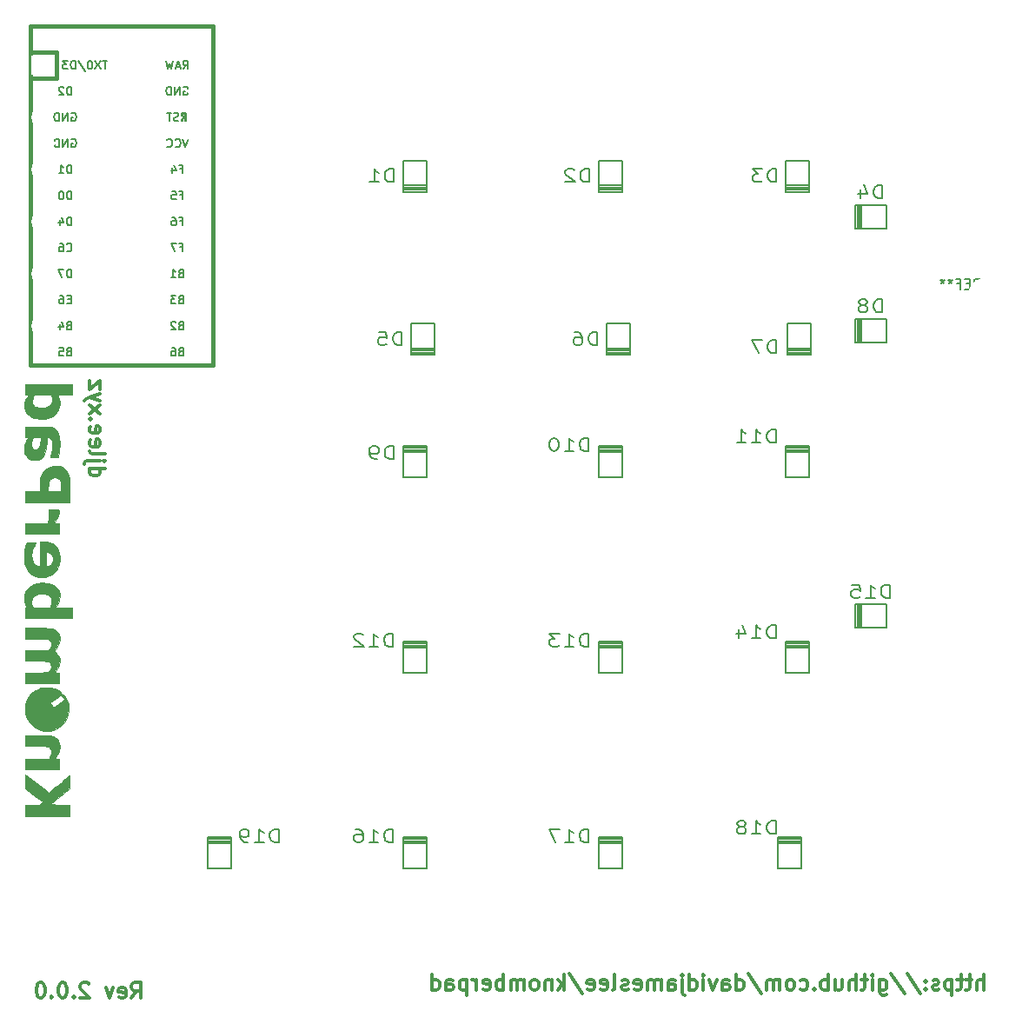
<source format=gbo>
G04 #@! TF.GenerationSoftware,KiCad,Pcbnew,(5.1.4)-1*
G04 #@! TF.CreationDate,2020-11-23T22:31:48-05:00*
G04 #@! TF.ProjectId,Knomberpad,4b6e6f6d-6265-4727-9061-642e6b696361,rev?*
G04 #@! TF.SameCoordinates,Original*
G04 #@! TF.FileFunction,Legend,Bot*
G04 #@! TF.FilePolarity,Positive*
%FSLAX46Y46*%
G04 Gerber Fmt 4.6, Leading zero omitted, Abs format (unit mm)*
G04 Created by KiCad (PCBNEW (5.1.4)-1) date 2020-11-23 22:31:48*
%MOMM*%
%LPD*%
G04 APERTURE LIST*
%ADD10C,0.300000*%
%ADD11C,0.010000*%
%ADD12C,0.150000*%
%ADD13C,0.203200*%
%ADD14C,0.381000*%
%ADD15C,3.302000*%
%ADD16C,1.753000*%
%ADD17R,1.753000X1.753000*%
%ADD18C,2.352000*%
%ADD19C,2.352000*%
%ADD20C,4.089800*%
%ADD21C,1.852000*%
%ADD22C,3.150000*%
%ADD23C,1.854600*%
%ADD24R,1.854600X1.854600*%
%ADD25C,2.102000*%
%ADD26R,2.102000X3.302000*%
%ADD27R,2.102000X2.102000*%
G04 APERTURE END LIST*
D10*
X46946428Y-81644642D02*
X48446428Y-81644642D01*
X47017857Y-81644642D02*
X46946428Y-81787500D01*
X46946428Y-82073214D01*
X47017857Y-82216071D01*
X47089285Y-82287500D01*
X47232142Y-82358928D01*
X47660714Y-82358928D01*
X47803571Y-82287500D01*
X47875000Y-82216071D01*
X47946428Y-82073214D01*
X47946428Y-81787500D01*
X47875000Y-81644642D01*
X47946428Y-80930357D02*
X46660714Y-80930357D01*
X46517857Y-81001785D01*
X46446428Y-81144642D01*
X46446428Y-81216071D01*
X48446428Y-80930357D02*
X48375000Y-81001785D01*
X48303571Y-80930357D01*
X48375000Y-80858928D01*
X48446428Y-80930357D01*
X48303571Y-80930357D01*
X46946428Y-80001785D02*
X47017857Y-80144642D01*
X47160714Y-80216071D01*
X48446428Y-80216071D01*
X47017857Y-78858928D02*
X46946428Y-79001785D01*
X46946428Y-79287500D01*
X47017857Y-79430357D01*
X47160714Y-79501785D01*
X47732142Y-79501785D01*
X47875000Y-79430357D01*
X47946428Y-79287500D01*
X47946428Y-79001785D01*
X47875000Y-78858928D01*
X47732142Y-78787500D01*
X47589285Y-78787500D01*
X47446428Y-79501785D01*
X47017857Y-77573214D02*
X46946428Y-77716071D01*
X46946428Y-78001785D01*
X47017857Y-78144642D01*
X47160714Y-78216071D01*
X47732142Y-78216071D01*
X47875000Y-78144642D01*
X47946428Y-78001785D01*
X47946428Y-77716071D01*
X47875000Y-77573214D01*
X47732142Y-77501785D01*
X47589285Y-77501785D01*
X47446428Y-78216071D01*
X47089285Y-76858928D02*
X47017857Y-76787500D01*
X46946428Y-76858928D01*
X47017857Y-76930357D01*
X47089285Y-76858928D01*
X46946428Y-76858928D01*
X46946428Y-76287500D02*
X47946428Y-75501785D01*
X47946428Y-76287500D02*
X46946428Y-75501785D01*
X47946428Y-75073214D02*
X46946428Y-74716071D01*
X47946428Y-74358928D02*
X46946428Y-74716071D01*
X46589285Y-74858928D01*
X46517857Y-74930357D01*
X46446428Y-75073214D01*
X47946428Y-73930357D02*
X47946428Y-73144642D01*
X46946428Y-73930357D01*
X46946428Y-73144642D01*
X51009821Y-133234821D02*
X51509821Y-132520535D01*
X51866964Y-133234821D02*
X51866964Y-131734821D01*
X51295535Y-131734821D01*
X51152678Y-131806250D01*
X51081250Y-131877678D01*
X51009821Y-132020535D01*
X51009821Y-132234821D01*
X51081250Y-132377678D01*
X51152678Y-132449107D01*
X51295535Y-132520535D01*
X51866964Y-132520535D01*
X49795535Y-133163392D02*
X49938392Y-133234821D01*
X50224107Y-133234821D01*
X50366964Y-133163392D01*
X50438392Y-133020535D01*
X50438392Y-132449107D01*
X50366964Y-132306250D01*
X50224107Y-132234821D01*
X49938392Y-132234821D01*
X49795535Y-132306250D01*
X49724107Y-132449107D01*
X49724107Y-132591964D01*
X50438392Y-132734821D01*
X49224107Y-132234821D02*
X48866964Y-133234821D01*
X48509821Y-132234821D01*
X46866964Y-131877678D02*
X46795535Y-131806250D01*
X46652678Y-131734821D01*
X46295535Y-131734821D01*
X46152678Y-131806250D01*
X46081250Y-131877678D01*
X46009821Y-132020535D01*
X46009821Y-132163392D01*
X46081250Y-132377678D01*
X46938392Y-133234821D01*
X46009821Y-133234821D01*
X45366964Y-133091964D02*
X45295535Y-133163392D01*
X45366964Y-133234821D01*
X45438392Y-133163392D01*
X45366964Y-133091964D01*
X45366964Y-133234821D01*
X44366964Y-131734821D02*
X44224107Y-131734821D01*
X44081250Y-131806250D01*
X44009821Y-131877678D01*
X43938392Y-132020535D01*
X43866964Y-132306250D01*
X43866964Y-132663392D01*
X43938392Y-132949107D01*
X44009821Y-133091964D01*
X44081250Y-133163392D01*
X44224107Y-133234821D01*
X44366964Y-133234821D01*
X44509821Y-133163392D01*
X44581250Y-133091964D01*
X44652678Y-132949107D01*
X44724107Y-132663392D01*
X44724107Y-132306250D01*
X44652678Y-132020535D01*
X44581250Y-131877678D01*
X44509821Y-131806250D01*
X44366964Y-131734821D01*
X43224107Y-133091964D02*
X43152678Y-133163392D01*
X43224107Y-133234821D01*
X43295535Y-133163392D01*
X43224107Y-133091964D01*
X43224107Y-133234821D01*
X42224107Y-131734821D02*
X42081250Y-131734821D01*
X41938392Y-131806250D01*
X41866964Y-131877678D01*
X41795535Y-132020535D01*
X41724107Y-132306250D01*
X41724107Y-132663392D01*
X41795535Y-132949107D01*
X41866964Y-133091964D01*
X41938392Y-133163392D01*
X42081250Y-133234821D01*
X42224107Y-133234821D01*
X42366964Y-133163392D01*
X42438392Y-133091964D01*
X42509821Y-132949107D01*
X42581250Y-132663392D01*
X42581250Y-132306250D01*
X42509821Y-132020535D01*
X42438392Y-131877678D01*
X42366964Y-131806250D01*
X42224107Y-131734821D01*
X134013392Y-132441071D02*
X134013392Y-130941071D01*
X133370535Y-132441071D02*
X133370535Y-131655357D01*
X133441964Y-131512500D01*
X133584821Y-131441071D01*
X133799107Y-131441071D01*
X133941964Y-131512500D01*
X134013392Y-131583928D01*
X132870535Y-131441071D02*
X132299107Y-131441071D01*
X132656250Y-130941071D02*
X132656250Y-132226785D01*
X132584821Y-132369642D01*
X132441964Y-132441071D01*
X132299107Y-132441071D01*
X132013392Y-131441071D02*
X131441964Y-131441071D01*
X131799107Y-130941071D02*
X131799107Y-132226785D01*
X131727678Y-132369642D01*
X131584821Y-132441071D01*
X131441964Y-132441071D01*
X130941964Y-131441071D02*
X130941964Y-132941071D01*
X130941964Y-131512500D02*
X130799107Y-131441071D01*
X130513392Y-131441071D01*
X130370535Y-131512500D01*
X130299107Y-131583928D01*
X130227678Y-131726785D01*
X130227678Y-132155357D01*
X130299107Y-132298214D01*
X130370535Y-132369642D01*
X130513392Y-132441071D01*
X130799107Y-132441071D01*
X130941964Y-132369642D01*
X129656250Y-132369642D02*
X129513392Y-132441071D01*
X129227678Y-132441071D01*
X129084821Y-132369642D01*
X129013392Y-132226785D01*
X129013392Y-132155357D01*
X129084821Y-132012500D01*
X129227678Y-131941071D01*
X129441964Y-131941071D01*
X129584821Y-131869642D01*
X129656250Y-131726785D01*
X129656250Y-131655357D01*
X129584821Y-131512500D01*
X129441964Y-131441071D01*
X129227678Y-131441071D01*
X129084821Y-131512500D01*
X128370535Y-132298214D02*
X128299107Y-132369642D01*
X128370535Y-132441071D01*
X128441964Y-132369642D01*
X128370535Y-132298214D01*
X128370535Y-132441071D01*
X128370535Y-131512500D02*
X128299107Y-131583928D01*
X128370535Y-131655357D01*
X128441964Y-131583928D01*
X128370535Y-131512500D01*
X128370535Y-131655357D01*
X126584821Y-130869642D02*
X127870535Y-132798214D01*
X125013392Y-130869642D02*
X126299107Y-132798214D01*
X123870535Y-131441071D02*
X123870535Y-132655357D01*
X123941964Y-132798214D01*
X124013392Y-132869642D01*
X124156249Y-132941071D01*
X124370535Y-132941071D01*
X124513392Y-132869642D01*
X123870535Y-132369642D02*
X124013392Y-132441071D01*
X124299107Y-132441071D01*
X124441964Y-132369642D01*
X124513392Y-132298214D01*
X124584821Y-132155357D01*
X124584821Y-131726785D01*
X124513392Y-131583928D01*
X124441964Y-131512500D01*
X124299107Y-131441071D01*
X124013392Y-131441071D01*
X123870535Y-131512500D01*
X123156249Y-132441071D02*
X123156249Y-131441071D01*
X123156249Y-130941071D02*
X123227678Y-131012500D01*
X123156249Y-131083928D01*
X123084821Y-131012500D01*
X123156249Y-130941071D01*
X123156249Y-131083928D01*
X122656249Y-131441071D02*
X122084821Y-131441071D01*
X122441964Y-130941071D02*
X122441964Y-132226785D01*
X122370535Y-132369642D01*
X122227678Y-132441071D01*
X122084821Y-132441071D01*
X121584821Y-132441071D02*
X121584821Y-130941071D01*
X120941964Y-132441071D02*
X120941964Y-131655357D01*
X121013392Y-131512500D01*
X121156249Y-131441071D01*
X121370535Y-131441071D01*
X121513392Y-131512500D01*
X121584821Y-131583928D01*
X119584821Y-131441071D02*
X119584821Y-132441071D01*
X120227678Y-131441071D02*
X120227678Y-132226785D01*
X120156249Y-132369642D01*
X120013392Y-132441071D01*
X119799107Y-132441071D01*
X119656249Y-132369642D01*
X119584821Y-132298214D01*
X118870535Y-132441071D02*
X118870535Y-130941071D01*
X118870535Y-131512500D02*
X118727678Y-131441071D01*
X118441964Y-131441071D01*
X118299107Y-131512500D01*
X118227678Y-131583928D01*
X118156249Y-131726785D01*
X118156249Y-132155357D01*
X118227678Y-132298214D01*
X118299107Y-132369642D01*
X118441964Y-132441071D01*
X118727678Y-132441071D01*
X118870535Y-132369642D01*
X117513392Y-132298214D02*
X117441964Y-132369642D01*
X117513392Y-132441071D01*
X117584821Y-132369642D01*
X117513392Y-132298214D01*
X117513392Y-132441071D01*
X116156249Y-132369642D02*
X116299107Y-132441071D01*
X116584821Y-132441071D01*
X116727678Y-132369642D01*
X116799107Y-132298214D01*
X116870535Y-132155357D01*
X116870535Y-131726785D01*
X116799107Y-131583928D01*
X116727678Y-131512500D01*
X116584821Y-131441071D01*
X116299107Y-131441071D01*
X116156249Y-131512500D01*
X115299107Y-132441071D02*
X115441964Y-132369642D01*
X115513392Y-132298214D01*
X115584821Y-132155357D01*
X115584821Y-131726785D01*
X115513392Y-131583928D01*
X115441964Y-131512500D01*
X115299107Y-131441071D01*
X115084821Y-131441071D01*
X114941964Y-131512500D01*
X114870535Y-131583928D01*
X114799107Y-131726785D01*
X114799107Y-132155357D01*
X114870535Y-132298214D01*
X114941964Y-132369642D01*
X115084821Y-132441071D01*
X115299107Y-132441071D01*
X114156249Y-132441071D02*
X114156249Y-131441071D01*
X114156249Y-131583928D02*
X114084821Y-131512500D01*
X113941964Y-131441071D01*
X113727678Y-131441071D01*
X113584821Y-131512500D01*
X113513392Y-131655357D01*
X113513392Y-132441071D01*
X113513392Y-131655357D02*
X113441964Y-131512500D01*
X113299107Y-131441071D01*
X113084821Y-131441071D01*
X112941964Y-131512500D01*
X112870535Y-131655357D01*
X112870535Y-132441071D01*
X111084821Y-130869642D02*
X112370535Y-132798214D01*
X109941964Y-132441071D02*
X109941964Y-130941071D01*
X109941964Y-132369642D02*
X110084821Y-132441071D01*
X110370535Y-132441071D01*
X110513392Y-132369642D01*
X110584821Y-132298214D01*
X110656249Y-132155357D01*
X110656249Y-131726785D01*
X110584821Y-131583928D01*
X110513392Y-131512500D01*
X110370535Y-131441071D01*
X110084821Y-131441071D01*
X109941964Y-131512500D01*
X108584821Y-132441071D02*
X108584821Y-131655357D01*
X108656249Y-131512500D01*
X108799107Y-131441071D01*
X109084821Y-131441071D01*
X109227678Y-131512500D01*
X108584821Y-132369642D02*
X108727678Y-132441071D01*
X109084821Y-132441071D01*
X109227678Y-132369642D01*
X109299107Y-132226785D01*
X109299107Y-132083928D01*
X109227678Y-131941071D01*
X109084821Y-131869642D01*
X108727678Y-131869642D01*
X108584821Y-131798214D01*
X108013392Y-131441071D02*
X107656249Y-132441071D01*
X107299107Y-131441071D01*
X106727678Y-132441071D02*
X106727678Y-131441071D01*
X106727678Y-130941071D02*
X106799107Y-131012500D01*
X106727678Y-131083928D01*
X106656249Y-131012500D01*
X106727678Y-130941071D01*
X106727678Y-131083928D01*
X105370535Y-132441071D02*
X105370535Y-130941071D01*
X105370535Y-132369642D02*
X105513392Y-132441071D01*
X105799107Y-132441071D01*
X105941964Y-132369642D01*
X106013392Y-132298214D01*
X106084821Y-132155357D01*
X106084821Y-131726785D01*
X106013392Y-131583928D01*
X105941964Y-131512500D01*
X105799107Y-131441071D01*
X105513392Y-131441071D01*
X105370535Y-131512500D01*
X104656249Y-131441071D02*
X104656249Y-132726785D01*
X104727678Y-132869642D01*
X104870535Y-132941071D01*
X104941964Y-132941071D01*
X104656249Y-130941071D02*
X104727678Y-131012500D01*
X104656249Y-131083928D01*
X104584821Y-131012500D01*
X104656249Y-130941071D01*
X104656249Y-131083928D01*
X103299107Y-132441071D02*
X103299107Y-131655357D01*
X103370535Y-131512500D01*
X103513392Y-131441071D01*
X103799107Y-131441071D01*
X103941964Y-131512500D01*
X103299107Y-132369642D02*
X103441964Y-132441071D01*
X103799107Y-132441071D01*
X103941964Y-132369642D01*
X104013392Y-132226785D01*
X104013392Y-132083928D01*
X103941964Y-131941071D01*
X103799107Y-131869642D01*
X103441964Y-131869642D01*
X103299107Y-131798214D01*
X102584821Y-132441071D02*
X102584821Y-131441071D01*
X102584821Y-131583928D02*
X102513392Y-131512500D01*
X102370535Y-131441071D01*
X102156249Y-131441071D01*
X102013392Y-131512500D01*
X101941964Y-131655357D01*
X101941964Y-132441071D01*
X101941964Y-131655357D02*
X101870535Y-131512500D01*
X101727678Y-131441071D01*
X101513392Y-131441071D01*
X101370535Y-131512500D01*
X101299107Y-131655357D01*
X101299107Y-132441071D01*
X100013392Y-132369642D02*
X100156249Y-132441071D01*
X100441964Y-132441071D01*
X100584821Y-132369642D01*
X100656249Y-132226785D01*
X100656249Y-131655357D01*
X100584821Y-131512500D01*
X100441964Y-131441071D01*
X100156249Y-131441071D01*
X100013392Y-131512500D01*
X99941964Y-131655357D01*
X99941964Y-131798214D01*
X100656249Y-131941071D01*
X99370535Y-132369642D02*
X99227678Y-132441071D01*
X98941964Y-132441071D01*
X98799107Y-132369642D01*
X98727678Y-132226785D01*
X98727678Y-132155357D01*
X98799107Y-132012500D01*
X98941964Y-131941071D01*
X99156249Y-131941071D01*
X99299107Y-131869642D01*
X99370535Y-131726785D01*
X99370535Y-131655357D01*
X99299107Y-131512500D01*
X99156249Y-131441071D01*
X98941964Y-131441071D01*
X98799107Y-131512500D01*
X97870535Y-132441071D02*
X98013392Y-132369642D01*
X98084821Y-132226785D01*
X98084821Y-130941071D01*
X96727678Y-132369642D02*
X96870535Y-132441071D01*
X97156249Y-132441071D01*
X97299107Y-132369642D01*
X97370535Y-132226785D01*
X97370535Y-131655357D01*
X97299107Y-131512500D01*
X97156249Y-131441071D01*
X96870535Y-131441071D01*
X96727678Y-131512500D01*
X96656249Y-131655357D01*
X96656249Y-131798214D01*
X97370535Y-131941071D01*
X95441964Y-132369642D02*
X95584821Y-132441071D01*
X95870535Y-132441071D01*
X96013392Y-132369642D01*
X96084821Y-132226785D01*
X96084821Y-131655357D01*
X96013392Y-131512500D01*
X95870535Y-131441071D01*
X95584821Y-131441071D01*
X95441964Y-131512500D01*
X95370535Y-131655357D01*
X95370535Y-131798214D01*
X96084821Y-131941071D01*
X93656249Y-130869642D02*
X94941964Y-132798214D01*
X93156249Y-132441071D02*
X93156249Y-130941071D01*
X93013392Y-131869642D02*
X92584821Y-132441071D01*
X92584821Y-131441071D02*
X93156249Y-132012500D01*
X91941964Y-131441071D02*
X91941964Y-132441071D01*
X91941964Y-131583928D02*
X91870535Y-131512500D01*
X91727678Y-131441071D01*
X91513392Y-131441071D01*
X91370535Y-131512500D01*
X91299107Y-131655357D01*
X91299107Y-132441071D01*
X90370535Y-132441071D02*
X90513392Y-132369642D01*
X90584821Y-132298214D01*
X90656249Y-132155357D01*
X90656249Y-131726785D01*
X90584821Y-131583928D01*
X90513392Y-131512500D01*
X90370535Y-131441071D01*
X90156249Y-131441071D01*
X90013392Y-131512500D01*
X89941964Y-131583928D01*
X89870535Y-131726785D01*
X89870535Y-132155357D01*
X89941964Y-132298214D01*
X90013392Y-132369642D01*
X90156249Y-132441071D01*
X90370535Y-132441071D01*
X89227678Y-132441071D02*
X89227678Y-131441071D01*
X89227678Y-131583928D02*
X89156249Y-131512500D01*
X89013392Y-131441071D01*
X88799107Y-131441071D01*
X88656249Y-131512500D01*
X88584821Y-131655357D01*
X88584821Y-132441071D01*
X88584821Y-131655357D02*
X88513392Y-131512500D01*
X88370535Y-131441071D01*
X88156249Y-131441071D01*
X88013392Y-131512500D01*
X87941964Y-131655357D01*
X87941964Y-132441071D01*
X87227678Y-132441071D02*
X87227678Y-130941071D01*
X87227678Y-131512500D02*
X87084821Y-131441071D01*
X86799107Y-131441071D01*
X86656249Y-131512500D01*
X86584821Y-131583928D01*
X86513392Y-131726785D01*
X86513392Y-132155357D01*
X86584821Y-132298214D01*
X86656249Y-132369642D01*
X86799107Y-132441071D01*
X87084821Y-132441071D01*
X87227678Y-132369642D01*
X85299107Y-132369642D02*
X85441964Y-132441071D01*
X85727678Y-132441071D01*
X85870535Y-132369642D01*
X85941964Y-132226785D01*
X85941964Y-131655357D01*
X85870535Y-131512500D01*
X85727678Y-131441071D01*
X85441964Y-131441071D01*
X85299107Y-131512500D01*
X85227678Y-131655357D01*
X85227678Y-131798214D01*
X85941964Y-131941071D01*
X84584821Y-132441071D02*
X84584821Y-131441071D01*
X84584821Y-131726785D02*
X84513392Y-131583928D01*
X84441964Y-131512500D01*
X84299107Y-131441071D01*
X84156249Y-131441071D01*
X83656249Y-131441071D02*
X83656249Y-132941071D01*
X83656249Y-131512500D02*
X83513392Y-131441071D01*
X83227678Y-131441071D01*
X83084821Y-131512500D01*
X83013392Y-131583928D01*
X82941964Y-131726785D01*
X82941964Y-132155357D01*
X83013392Y-132298214D01*
X83084821Y-132369642D01*
X83227678Y-132441071D01*
X83513392Y-132441071D01*
X83656249Y-132369642D01*
X81656249Y-132441071D02*
X81656249Y-131655357D01*
X81727678Y-131512500D01*
X81870535Y-131441071D01*
X82156249Y-131441071D01*
X82299107Y-131512500D01*
X81656249Y-132369642D02*
X81799107Y-132441071D01*
X82156249Y-132441071D01*
X82299107Y-132369642D01*
X82370535Y-132226785D01*
X82370535Y-132083928D01*
X82299107Y-131941071D01*
X82156249Y-131869642D01*
X81799107Y-131869642D01*
X81656249Y-131798214D01*
X80299107Y-132441071D02*
X80299107Y-130941071D01*
X80299107Y-132369642D02*
X80441964Y-132441071D01*
X80727678Y-132441071D01*
X80870535Y-132369642D01*
X80941964Y-132298214D01*
X81013392Y-132155357D01*
X81013392Y-131726785D01*
X80941964Y-131583928D01*
X80870535Y-131512500D01*
X80727678Y-131441071D01*
X80441964Y-131441071D01*
X80299107Y-131512500D01*
D11*
G36*
X44401894Y-95172069D02*
G01*
X44215033Y-95171682D01*
X44043071Y-95170585D01*
X43891404Y-95168868D01*
X43765432Y-95166624D01*
X43670552Y-95163944D01*
X43612164Y-95160921D01*
X43595371Y-95158334D01*
X43601431Y-95134634D01*
X43629960Y-95084431D01*
X43675143Y-95017726D01*
X43684908Y-95004315D01*
X43822857Y-94784387D01*
X43923282Y-94553478D01*
X43985619Y-94317037D01*
X44009302Y-94080510D01*
X43993769Y-93849343D01*
X43938456Y-93628985D01*
X43847601Y-93432999D01*
X43774722Y-93333453D01*
X43672541Y-93226695D01*
X43553901Y-93124394D01*
X43431645Y-93038217D01*
X43380530Y-93008688D01*
X43180957Y-92922367D01*
X42949733Y-92856126D01*
X42697259Y-92810952D01*
X42433937Y-92787834D01*
X42170166Y-92787760D01*
X41916348Y-92811717D01*
X41719500Y-92850865D01*
X41483058Y-92931842D01*
X41261205Y-93047534D01*
X41059644Y-93192854D01*
X40884077Y-93362714D01*
X40740209Y-93552024D01*
X40633743Y-93755697D01*
X40599834Y-93849778D01*
X40569681Y-93981229D01*
X40549654Y-94138817D01*
X40541068Y-94303346D01*
X40545237Y-94455619D01*
X40553445Y-94527205D01*
X40581813Y-94652310D01*
X40628298Y-94798255D01*
X40686538Y-94946721D01*
X40735510Y-95051467D01*
X40764453Y-95110141D01*
X40781951Y-95149356D01*
X40784318Y-95157033D01*
X40764220Y-95167316D01*
X40714737Y-95179886D01*
X40703500Y-95182091D01*
X40622681Y-95197252D01*
X40622681Y-96211159D01*
X43020369Y-96211159D01*
X43020369Y-95172069D01*
X42193807Y-95172069D01*
X41963403Y-95171689D01*
X41775587Y-95170469D01*
X41626769Y-95168288D01*
X41513363Y-95165022D01*
X41431778Y-95160551D01*
X41378427Y-95154753D01*
X41349721Y-95147505D01*
X41343409Y-95143205D01*
X41309834Y-95079527D01*
X41287829Y-94981746D01*
X41276836Y-94846078D01*
X41275916Y-94687159D01*
X41279182Y-94567078D01*
X41285295Y-94480510D01*
X41296465Y-94414795D01*
X41314904Y-94357269D01*
X41342824Y-94295270D01*
X41345198Y-94290421D01*
X41441480Y-94143292D01*
X41570943Y-94026916D01*
X41734001Y-93941120D01*
X41931068Y-93885732D01*
X42162560Y-93860581D01*
X42375879Y-93862269D01*
X42581120Y-93880754D01*
X42748438Y-93914375D01*
X42884217Y-93965246D01*
X42994841Y-94035479D01*
X43049263Y-94085165D01*
X43124712Y-94177765D01*
X43173764Y-94278039D01*
X43200463Y-94397925D01*
X43208851Y-94549361D01*
X43208863Y-94556407D01*
X43198027Y-94685584D01*
X43168848Y-94828711D01*
X43126323Y-94966859D01*
X43075449Y-95081094D01*
X43066178Y-95097023D01*
X43020369Y-95172069D01*
X43020369Y-96211159D01*
X45194681Y-96211159D01*
X45194681Y-95172069D01*
X44401894Y-95172069D01*
X44401894Y-95172069D01*
G37*
X44401894Y-95172069D02*
X44215033Y-95171682D01*
X44043071Y-95170585D01*
X43891404Y-95168868D01*
X43765432Y-95166624D01*
X43670552Y-95163944D01*
X43612164Y-95160921D01*
X43595371Y-95158334D01*
X43601431Y-95134634D01*
X43629960Y-95084431D01*
X43675143Y-95017726D01*
X43684908Y-95004315D01*
X43822857Y-94784387D01*
X43923282Y-94553478D01*
X43985619Y-94317037D01*
X44009302Y-94080510D01*
X43993769Y-93849343D01*
X43938456Y-93628985D01*
X43847601Y-93432999D01*
X43774722Y-93333453D01*
X43672541Y-93226695D01*
X43553901Y-93124394D01*
X43431645Y-93038217D01*
X43380530Y-93008688D01*
X43180957Y-92922367D01*
X42949733Y-92856126D01*
X42697259Y-92810952D01*
X42433937Y-92787834D01*
X42170166Y-92787760D01*
X41916348Y-92811717D01*
X41719500Y-92850865D01*
X41483058Y-92931842D01*
X41261205Y-93047534D01*
X41059644Y-93192854D01*
X40884077Y-93362714D01*
X40740209Y-93552024D01*
X40633743Y-93755697D01*
X40599834Y-93849778D01*
X40569681Y-93981229D01*
X40549654Y-94138817D01*
X40541068Y-94303346D01*
X40545237Y-94455619D01*
X40553445Y-94527205D01*
X40581813Y-94652310D01*
X40628298Y-94798255D01*
X40686538Y-94946721D01*
X40735510Y-95051467D01*
X40764453Y-95110141D01*
X40781951Y-95149356D01*
X40784318Y-95157033D01*
X40764220Y-95167316D01*
X40714737Y-95179886D01*
X40703500Y-95182091D01*
X40622681Y-95197252D01*
X40622681Y-96211159D01*
X43020369Y-96211159D01*
X43020369Y-95172069D01*
X42193807Y-95172069D01*
X41963403Y-95171689D01*
X41775587Y-95170469D01*
X41626769Y-95168288D01*
X41513363Y-95165022D01*
X41431778Y-95160551D01*
X41378427Y-95154753D01*
X41349721Y-95147505D01*
X41343409Y-95143205D01*
X41309834Y-95079527D01*
X41287829Y-94981746D01*
X41276836Y-94846078D01*
X41275916Y-94687159D01*
X41279182Y-94567078D01*
X41285295Y-94480510D01*
X41296465Y-94414795D01*
X41314904Y-94357269D01*
X41342824Y-94295270D01*
X41345198Y-94290421D01*
X41441480Y-94143292D01*
X41570943Y-94026916D01*
X41734001Y-93941120D01*
X41931068Y-93885732D01*
X42162560Y-93860581D01*
X42375879Y-93862269D01*
X42581120Y-93880754D01*
X42748438Y-93914375D01*
X42884217Y-93965246D01*
X42994841Y-94035479D01*
X43049263Y-94085165D01*
X43124712Y-94177765D01*
X43173764Y-94278039D01*
X43200463Y-94397925D01*
X43208851Y-94549361D01*
X43208863Y-94556407D01*
X43198027Y-94685584D01*
X43168848Y-94828711D01*
X43126323Y-94966859D01*
X43075449Y-95081094D01*
X43066178Y-95097023D01*
X43020369Y-95172069D01*
X43020369Y-96211159D01*
X45194681Y-96211159D01*
X45194681Y-95172069D01*
X44401894Y-95172069D01*
G36*
X43999954Y-90168639D02*
G01*
X43981154Y-89975898D01*
X43962425Y-89872705D01*
X43885161Y-89619551D01*
X43774769Y-89398147D01*
X43631797Y-89209101D01*
X43456797Y-89053024D01*
X43250318Y-88930525D01*
X43039411Y-88849903D01*
X42956282Y-88827208D01*
X42874250Y-88810530D01*
X42782480Y-88798584D01*
X42670140Y-88790086D01*
X42526395Y-88783752D01*
X42464181Y-88781733D01*
X42077409Y-88769980D01*
X42077409Y-91183347D01*
X41976814Y-91172009D01*
X41809317Y-91130650D01*
X41654522Y-91048792D01*
X41519627Y-90931789D01*
X41411832Y-90784994D01*
X41383275Y-90730592D01*
X41325675Y-90570505D01*
X41287903Y-90380712D01*
X41270333Y-90173394D01*
X41273339Y-89960729D01*
X41297294Y-89754897D01*
X41342573Y-89568078D01*
X41347166Y-89554204D01*
X41405757Y-89398138D01*
X41472825Y-89247181D01*
X41541982Y-89114628D01*
X41606591Y-89014109D01*
X41642924Y-88950959D01*
X41661243Y-88890236D01*
X41661772Y-88881337D01*
X41661772Y-88822069D01*
X40812759Y-88822069D01*
X40755338Y-88977932D01*
X40653187Y-89309580D01*
X40581935Y-89660397D01*
X40543249Y-90017308D01*
X40538794Y-90367241D01*
X40552964Y-90565772D01*
X40603165Y-90879000D01*
X40683869Y-91165187D01*
X40793844Y-91421657D01*
X40931855Y-91645734D01*
X41096671Y-91834742D01*
X41166178Y-91896900D01*
X41295559Y-91987785D01*
X41454605Y-92073474D01*
X41626890Y-92145880D01*
X41754136Y-92186394D01*
X41868310Y-92207877D01*
X42014926Y-92221873D01*
X42180858Y-92228403D01*
X42352980Y-92227487D01*
X42518167Y-92219145D01*
X42663294Y-92203398D01*
X42758591Y-92184852D01*
X42766023Y-92182329D01*
X42766023Y-91177341D01*
X42700863Y-91177341D01*
X42700863Y-89808517D01*
X42824693Y-89821297D01*
X42989480Y-89857975D01*
X43126262Y-89929862D01*
X43232477Y-90034832D01*
X43305561Y-90170759D01*
X43325896Y-90237115D01*
X43343758Y-90366396D01*
X43342651Y-90516083D01*
X43324165Y-90666401D01*
X43289888Y-90797578D01*
X43278542Y-90826209D01*
X43203080Y-90949006D01*
X43096972Y-91052414D01*
X42971067Y-91129001D01*
X42836214Y-91171333D01*
X42766023Y-91177341D01*
X42766023Y-92182329D01*
X43014798Y-92097870D01*
X43243252Y-91975399D01*
X43448706Y-91814756D01*
X43498261Y-91767089D01*
X43658916Y-91583203D01*
X43785353Y-91384468D01*
X43883118Y-91160933D01*
X43940008Y-90974692D01*
X43974639Y-90798751D01*
X43996383Y-90595484D01*
X44004925Y-90380307D01*
X43999954Y-90168639D01*
X43999954Y-90168639D01*
G37*
X43999954Y-90168639D02*
X43981154Y-89975898D01*
X43962425Y-89872705D01*
X43885161Y-89619551D01*
X43774769Y-89398147D01*
X43631797Y-89209101D01*
X43456797Y-89053024D01*
X43250318Y-88930525D01*
X43039411Y-88849903D01*
X42956282Y-88827208D01*
X42874250Y-88810530D01*
X42782480Y-88798584D01*
X42670140Y-88790086D01*
X42526395Y-88783752D01*
X42464181Y-88781733D01*
X42077409Y-88769980D01*
X42077409Y-91183347D01*
X41976814Y-91172009D01*
X41809317Y-91130650D01*
X41654522Y-91048792D01*
X41519627Y-90931789D01*
X41411832Y-90784994D01*
X41383275Y-90730592D01*
X41325675Y-90570505D01*
X41287903Y-90380712D01*
X41270333Y-90173394D01*
X41273339Y-89960729D01*
X41297294Y-89754897D01*
X41342573Y-89568078D01*
X41347166Y-89554204D01*
X41405757Y-89398138D01*
X41472825Y-89247181D01*
X41541982Y-89114628D01*
X41606591Y-89014109D01*
X41642924Y-88950959D01*
X41661243Y-88890236D01*
X41661772Y-88881337D01*
X41661772Y-88822069D01*
X40812759Y-88822069D01*
X40755338Y-88977932D01*
X40653187Y-89309580D01*
X40581935Y-89660397D01*
X40543249Y-90017308D01*
X40538794Y-90367241D01*
X40552964Y-90565772D01*
X40603165Y-90879000D01*
X40683869Y-91165187D01*
X40793844Y-91421657D01*
X40931855Y-91645734D01*
X41096671Y-91834742D01*
X41166178Y-91896900D01*
X41295559Y-91987785D01*
X41454605Y-92073474D01*
X41626890Y-92145880D01*
X41754136Y-92186394D01*
X41868310Y-92207877D01*
X42014926Y-92221873D01*
X42180858Y-92228403D01*
X42352980Y-92227487D01*
X42518167Y-92219145D01*
X42663294Y-92203398D01*
X42758591Y-92184852D01*
X42766023Y-92182329D01*
X42766023Y-91177341D01*
X42700863Y-91177341D01*
X42700863Y-89808517D01*
X42824693Y-89821297D01*
X42989480Y-89857975D01*
X43126262Y-89929862D01*
X43232477Y-90034832D01*
X43305561Y-90170759D01*
X43325896Y-90237115D01*
X43343758Y-90366396D01*
X43342651Y-90516083D01*
X43324165Y-90666401D01*
X43289888Y-90797578D01*
X43278542Y-90826209D01*
X43203080Y-90949006D01*
X43096972Y-91052414D01*
X42971067Y-91129001D01*
X42836214Y-91171333D01*
X42766023Y-91177341D01*
X42766023Y-92182329D01*
X43014798Y-92097870D01*
X43243252Y-91975399D01*
X43448706Y-91814756D01*
X43498261Y-91767089D01*
X43658916Y-91583203D01*
X43785353Y-91384468D01*
X43883118Y-91160933D01*
X43940008Y-90974692D01*
X43974639Y-90798751D01*
X43996383Y-90595484D01*
X44004925Y-90380307D01*
X43999954Y-90168639D01*
G36*
X44005169Y-79063016D02*
G01*
X43982749Y-78768946D01*
X43938857Y-78503982D01*
X43873673Y-78271775D01*
X43787378Y-78075972D01*
X43756089Y-78022793D01*
X43668732Y-77912164D01*
X43553683Y-77804965D01*
X43427452Y-77715041D01*
X43328974Y-77664628D01*
X43300054Y-77653212D01*
X43271761Y-77643538D01*
X43240156Y-77635440D01*
X43201302Y-77628752D01*
X43151260Y-77623307D01*
X43086092Y-77618939D01*
X43001861Y-77615483D01*
X42894627Y-77612771D01*
X42760453Y-77610638D01*
X42595401Y-77608917D01*
X42395533Y-77607442D01*
X42156909Y-77606048D01*
X41910000Y-77604746D01*
X40622681Y-77598060D01*
X40622681Y-78615887D01*
X40795863Y-78615887D01*
X40878647Y-78617662D01*
X40939884Y-78622356D01*
X40968290Y-78629026D01*
X40969045Y-78630381D01*
X40956189Y-78654354D01*
X40921948Y-78705580D01*
X40872809Y-78774491D01*
X40853780Y-78800359D01*
X40722179Y-79003861D01*
X40629278Y-79211101D01*
X40571022Y-79433520D01*
X40543774Y-79674642D01*
X40541226Y-79785988D01*
X40544480Y-79898015D01*
X40552817Y-79989248D01*
X40554722Y-80001341D01*
X40605039Y-80177942D01*
X40690648Y-80350342D01*
X40804339Y-80509301D01*
X40938903Y-80645578D01*
X41087132Y-80749931D01*
X41169543Y-80789445D01*
X41236528Y-80813485D01*
X41302039Y-80829221D01*
X41378694Y-80838299D01*
X41479114Y-80842365D01*
X41580954Y-80843116D01*
X41631955Y-80841421D01*
X41631955Y-79793523D01*
X41543572Y-79790796D01*
X41484207Y-79779476D01*
X41436861Y-79754850D01*
X41406258Y-79730978D01*
X41335362Y-79658991D01*
X41287921Y-79577359D01*
X41260817Y-79476384D01*
X41250934Y-79346367D01*
X41251958Y-79250887D01*
X41257937Y-79131450D01*
X41268833Y-79042664D01*
X41287589Y-78969039D01*
X41317148Y-78895088D01*
X41321288Y-78886045D01*
X41362777Y-78802233D01*
X41405521Y-78725133D01*
X41431689Y-78684000D01*
X41480190Y-78615887D01*
X42169772Y-78615887D01*
X42169772Y-78680264D01*
X42166334Y-78741810D01*
X42157076Y-78836703D01*
X42143589Y-78952704D01*
X42127460Y-79077576D01*
X42110279Y-79199081D01*
X42093634Y-79304982D01*
X42079114Y-79383040D01*
X42077707Y-79389432D01*
X42027136Y-79546461D01*
X41954201Y-79663719D01*
X41857230Y-79742722D01*
X41734549Y-79784986D01*
X41631955Y-79793523D01*
X41631955Y-80841421D01*
X41757462Y-80837249D01*
X41899853Y-80817402D01*
X42018957Y-80780209D01*
X42125604Y-80722301D01*
X42229234Y-80641536D01*
X42347472Y-80518049D01*
X42449368Y-80368688D01*
X42535891Y-80190444D01*
X42608007Y-79980309D01*
X42666682Y-79735273D01*
X42712883Y-79452328D01*
X42747578Y-79128466D01*
X42757747Y-78996887D01*
X42765924Y-78891137D01*
X42774889Y-78791917D01*
X42783063Y-78716289D01*
X42785245Y-78699920D01*
X42798150Y-78610772D01*
X42892759Y-78625900D01*
X43015062Y-78663674D01*
X43114546Y-78735209D01*
X43191977Y-78842093D01*
X43248123Y-78985916D01*
X43283751Y-79168266D01*
X43299629Y-79390730D01*
X43300664Y-79470250D01*
X43296265Y-79616585D01*
X43281318Y-79758057D01*
X43253653Y-79905923D01*
X43211098Y-80071442D01*
X43151483Y-80265872D01*
X43141064Y-80297833D01*
X43110710Y-80393537D01*
X43086872Y-80474724D01*
X43072769Y-80530103D01*
X43070318Y-80546060D01*
X43077722Y-80558258D01*
X43103820Y-80567097D01*
X43154445Y-80573062D01*
X43235427Y-80576639D01*
X43352598Y-80578314D01*
X43461226Y-80578614D01*
X43852135Y-80578614D01*
X43876515Y-80457387D01*
X43941789Y-80083379D01*
X43984869Y-79723882D01*
X44005936Y-79382544D01*
X44005169Y-79063016D01*
X44005169Y-79063016D01*
G37*
X44005169Y-79063016D02*
X43982749Y-78768946D01*
X43938857Y-78503982D01*
X43873673Y-78271775D01*
X43787378Y-78075972D01*
X43756089Y-78022793D01*
X43668732Y-77912164D01*
X43553683Y-77804965D01*
X43427452Y-77715041D01*
X43328974Y-77664628D01*
X43300054Y-77653212D01*
X43271761Y-77643538D01*
X43240156Y-77635440D01*
X43201302Y-77628752D01*
X43151260Y-77623307D01*
X43086092Y-77618939D01*
X43001861Y-77615483D01*
X42894627Y-77612771D01*
X42760453Y-77610638D01*
X42595401Y-77608917D01*
X42395533Y-77607442D01*
X42156909Y-77606048D01*
X41910000Y-77604746D01*
X40622681Y-77598060D01*
X40622681Y-78615887D01*
X40795863Y-78615887D01*
X40878647Y-78617662D01*
X40939884Y-78622356D01*
X40968290Y-78629026D01*
X40969045Y-78630381D01*
X40956189Y-78654354D01*
X40921948Y-78705580D01*
X40872809Y-78774491D01*
X40853780Y-78800359D01*
X40722179Y-79003861D01*
X40629278Y-79211101D01*
X40571022Y-79433520D01*
X40543774Y-79674642D01*
X40541226Y-79785988D01*
X40544480Y-79898015D01*
X40552817Y-79989248D01*
X40554722Y-80001341D01*
X40605039Y-80177942D01*
X40690648Y-80350342D01*
X40804339Y-80509301D01*
X40938903Y-80645578D01*
X41087132Y-80749931D01*
X41169543Y-80789445D01*
X41236528Y-80813485D01*
X41302039Y-80829221D01*
X41378694Y-80838299D01*
X41479114Y-80842365D01*
X41580954Y-80843116D01*
X41631955Y-80841421D01*
X41631955Y-79793523D01*
X41543572Y-79790796D01*
X41484207Y-79779476D01*
X41436861Y-79754850D01*
X41406258Y-79730978D01*
X41335362Y-79658991D01*
X41287921Y-79577359D01*
X41260817Y-79476384D01*
X41250934Y-79346367D01*
X41251958Y-79250887D01*
X41257937Y-79131450D01*
X41268833Y-79042664D01*
X41287589Y-78969039D01*
X41317148Y-78895088D01*
X41321288Y-78886045D01*
X41362777Y-78802233D01*
X41405521Y-78725133D01*
X41431689Y-78684000D01*
X41480190Y-78615887D01*
X42169772Y-78615887D01*
X42169772Y-78680264D01*
X42166334Y-78741810D01*
X42157076Y-78836703D01*
X42143589Y-78952704D01*
X42127460Y-79077576D01*
X42110279Y-79199081D01*
X42093634Y-79304982D01*
X42079114Y-79383040D01*
X42077707Y-79389432D01*
X42027136Y-79546461D01*
X41954201Y-79663719D01*
X41857230Y-79742722D01*
X41734549Y-79784986D01*
X41631955Y-79793523D01*
X41631955Y-80841421D01*
X41757462Y-80837249D01*
X41899853Y-80817402D01*
X42018957Y-80780209D01*
X42125604Y-80722301D01*
X42229234Y-80641536D01*
X42347472Y-80518049D01*
X42449368Y-80368688D01*
X42535891Y-80190444D01*
X42608007Y-79980309D01*
X42666682Y-79735273D01*
X42712883Y-79452328D01*
X42747578Y-79128466D01*
X42757747Y-78996887D01*
X42765924Y-78891137D01*
X42774889Y-78791917D01*
X42783063Y-78716289D01*
X42785245Y-78699920D01*
X42798150Y-78610772D01*
X42892759Y-78625900D01*
X43015062Y-78663674D01*
X43114546Y-78735209D01*
X43191977Y-78842093D01*
X43248123Y-78985916D01*
X43283751Y-79168266D01*
X43299629Y-79390730D01*
X43300664Y-79470250D01*
X43296265Y-79616585D01*
X43281318Y-79758057D01*
X43253653Y-79905923D01*
X43211098Y-80071442D01*
X43151483Y-80265872D01*
X43141064Y-80297833D01*
X43110710Y-80393537D01*
X43086872Y-80474724D01*
X43072769Y-80530103D01*
X43070318Y-80546060D01*
X43077722Y-80558258D01*
X43103820Y-80567097D01*
X43154445Y-80573062D01*
X43235427Y-80576639D01*
X43352598Y-80578314D01*
X43461226Y-80578614D01*
X43852135Y-80578614D01*
X43876515Y-80457387D01*
X43941789Y-80083379D01*
X43984869Y-79723882D01*
X44005936Y-79382544D01*
X44005169Y-79063016D01*
G36*
X40622681Y-73420432D02*
G01*
X40622681Y-74459523D01*
X40968950Y-74459523D01*
X40862597Y-74603841D01*
X40720804Y-74823848D01*
X40618787Y-75043640D01*
X40590388Y-75128429D01*
X40563382Y-75253627D01*
X40546394Y-75402937D01*
X40540589Y-75556529D01*
X40547135Y-75694573D01*
X40554131Y-75744736D01*
X40616330Y-75968126D01*
X40717716Y-76168611D01*
X40856732Y-76345025D01*
X41031816Y-76496198D01*
X41241411Y-76620961D01*
X41483957Y-76718147D01*
X41757894Y-76786587D01*
X41987405Y-76818782D01*
X42151759Y-76825421D01*
X42151759Y-75746953D01*
X41930522Y-75725727D01*
X41747925Y-75682331D01*
X41601287Y-75615221D01*
X41487928Y-75522854D01*
X41405168Y-75403686D01*
X41360074Y-75290945D01*
X41343262Y-75193579D01*
X41339899Y-75069773D01*
X41349122Y-74936997D01*
X41370069Y-74812719D01*
X41386646Y-74753204D01*
X41419835Y-74664095D01*
X41456182Y-74581252D01*
X41480893Y-74534569D01*
X41526994Y-74459523D01*
X43179771Y-74459523D01*
X43211635Y-74569205D01*
X43226435Y-74646156D01*
X43237297Y-74754902D01*
X43242966Y-74881134D01*
X43243500Y-74932887D01*
X43242260Y-75051220D01*
X43237265Y-75135976D01*
X43226603Y-75199721D01*
X43208362Y-75255021D01*
X43187552Y-75300561D01*
X43091197Y-75450781D01*
X42964651Y-75569886D01*
X42806660Y-75658417D01*
X42615965Y-75716916D01*
X42391311Y-75745924D01*
X42151759Y-75746953D01*
X42151759Y-76825421D01*
X42287518Y-76830905D01*
X42577678Y-76808852D01*
X42851068Y-76753885D01*
X43100872Y-76667268D01*
X43271218Y-76580776D01*
X43432150Y-76468666D01*
X43584870Y-76331314D01*
X43717699Y-76180659D01*
X43818959Y-76028639D01*
X43828152Y-76011415D01*
X43906798Y-75845962D01*
X43959085Y-75697635D01*
X43989366Y-75549070D01*
X44001994Y-75382907D01*
X44003063Y-75313887D01*
X43998176Y-75141342D01*
X43979697Y-74992274D01*
X43943818Y-74847973D01*
X43886733Y-74689731D01*
X43865633Y-74638478D01*
X43790414Y-74459523D01*
X45194681Y-74459523D01*
X45194681Y-73420432D01*
X40622681Y-73420432D01*
X40622681Y-73420432D01*
G37*
X40622681Y-73420432D02*
X40622681Y-74459523D01*
X40968950Y-74459523D01*
X40862597Y-74603841D01*
X40720804Y-74823848D01*
X40618787Y-75043640D01*
X40590388Y-75128429D01*
X40563382Y-75253627D01*
X40546394Y-75402937D01*
X40540589Y-75556529D01*
X40547135Y-75694573D01*
X40554131Y-75744736D01*
X40616330Y-75968126D01*
X40717716Y-76168611D01*
X40856732Y-76345025D01*
X41031816Y-76496198D01*
X41241411Y-76620961D01*
X41483957Y-76718147D01*
X41757894Y-76786587D01*
X41987405Y-76818782D01*
X42151759Y-76825421D01*
X42151759Y-75746953D01*
X41930522Y-75725727D01*
X41747925Y-75682331D01*
X41601287Y-75615221D01*
X41487928Y-75522854D01*
X41405168Y-75403686D01*
X41360074Y-75290945D01*
X41343262Y-75193579D01*
X41339899Y-75069773D01*
X41349122Y-74936997D01*
X41370069Y-74812719D01*
X41386646Y-74753204D01*
X41419835Y-74664095D01*
X41456182Y-74581252D01*
X41480893Y-74534569D01*
X41526994Y-74459523D01*
X43179771Y-74459523D01*
X43211635Y-74569205D01*
X43226435Y-74646156D01*
X43237297Y-74754902D01*
X43242966Y-74881134D01*
X43243500Y-74932887D01*
X43242260Y-75051220D01*
X43237265Y-75135976D01*
X43226603Y-75199721D01*
X43208362Y-75255021D01*
X43187552Y-75300561D01*
X43091197Y-75450781D01*
X42964651Y-75569886D01*
X42806660Y-75658417D01*
X42615965Y-75716916D01*
X42391311Y-75745924D01*
X42151759Y-75746953D01*
X42151759Y-76825421D01*
X42287518Y-76830905D01*
X42577678Y-76808852D01*
X42851068Y-76753885D01*
X43100872Y-76667268D01*
X43271218Y-76580776D01*
X43432150Y-76468666D01*
X43584870Y-76331314D01*
X43717699Y-76180659D01*
X43818959Y-76028639D01*
X43828152Y-76011415D01*
X43906798Y-75845962D01*
X43959085Y-75697635D01*
X43989366Y-75549070D01*
X44001994Y-75382907D01*
X44003063Y-75313887D01*
X43998176Y-75141342D01*
X43979697Y-74992274D01*
X43943818Y-74847973D01*
X43886733Y-74689731D01*
X43865633Y-74638478D01*
X43790414Y-74459523D01*
X45194681Y-74459523D01*
X45194681Y-73420432D01*
X40622681Y-73420432D01*
G36*
X44005500Y-114383705D02*
G01*
X43797703Y-114383312D01*
X43604956Y-114382187D01*
X43431994Y-114380415D01*
X43283550Y-114378079D01*
X43164359Y-114375263D01*
X43079155Y-114372051D01*
X43032673Y-114368526D01*
X43025320Y-114366387D01*
X43043185Y-114349256D01*
X43094106Y-114306344D01*
X43174762Y-114240317D01*
X43281829Y-114153839D01*
X43411984Y-114049579D01*
X43561904Y-113930202D01*
X43728268Y-113798374D01*
X43907751Y-113656761D01*
X44006683Y-113578947D01*
X44986863Y-112808825D01*
X44986863Y-111518091D01*
X44637392Y-111813671D01*
X44534577Y-111900601D01*
X44403594Y-112011300D01*
X44251567Y-112139751D01*
X44085620Y-112279935D01*
X43912875Y-112425834D01*
X43740458Y-112571432D01*
X43627478Y-112666821D01*
X42967034Y-113224391D01*
X42885903Y-113161312D01*
X42802865Y-113097067D01*
X42694723Y-113013893D01*
X42565265Y-112914669D01*
X42418282Y-112802273D01*
X42257563Y-112679586D01*
X42086899Y-112549484D01*
X41910078Y-112414849D01*
X41730891Y-112278558D01*
X41553127Y-112143491D01*
X41380576Y-112012527D01*
X41217028Y-111888544D01*
X41066272Y-111774423D01*
X40932099Y-111673041D01*
X40818298Y-111587277D01*
X40728658Y-111520012D01*
X40666969Y-111474123D01*
X40637022Y-111452490D01*
X40634776Y-111451159D01*
X40631728Y-111473297D01*
X40629000Y-111535901D01*
X40626689Y-111633253D01*
X40624893Y-111759640D01*
X40623710Y-111909343D01*
X40623237Y-112076648D01*
X40623246Y-112126569D01*
X40623811Y-112801978D01*
X41500407Y-113456290D01*
X42377003Y-114110603D01*
X42050131Y-114383705D01*
X40622681Y-114383705D01*
X40622681Y-115492069D01*
X44986863Y-115492069D01*
X44986863Y-114383705D01*
X44005500Y-114383705D01*
X44005500Y-114383705D01*
G37*
X44005500Y-114383705D02*
X43797703Y-114383312D01*
X43604956Y-114382187D01*
X43431994Y-114380415D01*
X43283550Y-114378079D01*
X43164359Y-114375263D01*
X43079155Y-114372051D01*
X43032673Y-114368526D01*
X43025320Y-114366387D01*
X43043185Y-114349256D01*
X43094106Y-114306344D01*
X43174762Y-114240317D01*
X43281829Y-114153839D01*
X43411984Y-114049579D01*
X43561904Y-113930202D01*
X43728268Y-113798374D01*
X43907751Y-113656761D01*
X44006683Y-113578947D01*
X44986863Y-112808825D01*
X44986863Y-111518091D01*
X44637392Y-111813671D01*
X44534577Y-111900601D01*
X44403594Y-112011300D01*
X44251567Y-112139751D01*
X44085620Y-112279935D01*
X43912875Y-112425834D01*
X43740458Y-112571432D01*
X43627478Y-112666821D01*
X42967034Y-113224391D01*
X42885903Y-113161312D01*
X42802865Y-113097067D01*
X42694723Y-113013893D01*
X42565265Y-112914669D01*
X42418282Y-112802273D01*
X42257563Y-112679586D01*
X42086899Y-112549484D01*
X41910078Y-112414849D01*
X41730891Y-112278558D01*
X41553127Y-112143491D01*
X41380576Y-112012527D01*
X41217028Y-111888544D01*
X41066272Y-111774423D01*
X40932099Y-111673041D01*
X40818298Y-111587277D01*
X40728658Y-111520012D01*
X40666969Y-111474123D01*
X40637022Y-111452490D01*
X40634776Y-111451159D01*
X40631728Y-111473297D01*
X40629000Y-111535901D01*
X40626689Y-111633253D01*
X40624893Y-111759640D01*
X40623710Y-111909343D01*
X40623237Y-112076648D01*
X40623246Y-112126569D01*
X40623811Y-112801978D01*
X41500407Y-113456290D01*
X42377003Y-114110603D01*
X42050131Y-114383705D01*
X40622681Y-114383705D01*
X40622681Y-115492069D01*
X44986863Y-115492069D01*
X44986863Y-114383705D01*
X44005500Y-114383705D01*
G36*
X43988836Y-108528496D02*
G01*
X43962501Y-108391672D01*
X43960270Y-108383848D01*
X43879635Y-108183886D01*
X43763762Y-108013549D01*
X43613554Y-107873890D01*
X43429915Y-107765962D01*
X43429394Y-107765723D01*
X43369715Y-107739819D01*
X43309999Y-107717798D01*
X43246058Y-107699346D01*
X43173705Y-107684149D01*
X43088754Y-107671891D01*
X42987018Y-107662259D01*
X42864312Y-107654937D01*
X42716447Y-107649611D01*
X42539238Y-107645966D01*
X42328499Y-107643687D01*
X42080042Y-107642460D01*
X41789680Y-107641970D01*
X41783000Y-107641965D01*
X40622681Y-107641159D01*
X40622681Y-108680250D01*
X41436636Y-108680774D01*
X41743053Y-108681769D01*
X42006869Y-108684604D01*
X42231647Y-108689692D01*
X42420945Y-108697446D01*
X42578324Y-108708277D01*
X42707345Y-108722597D01*
X42811566Y-108740820D01*
X42894549Y-108763357D01*
X42959854Y-108790621D01*
X43011040Y-108823024D01*
X43051668Y-108860978D01*
X43058251Y-108868569D01*
X43117396Y-108971636D01*
X43151529Y-109103964D01*
X43161191Y-109256347D01*
X43146927Y-109419579D01*
X43109280Y-109584455D01*
X43048793Y-109741769D01*
X43001565Y-109829023D01*
X42955542Y-109904069D01*
X40622681Y-109904069D01*
X40622681Y-110943159D01*
X43924681Y-110943159D01*
X43924681Y-109904069D01*
X43755348Y-109904069D01*
X43671100Y-109902264D01*
X43606092Y-109897507D01*
X43573044Y-109890777D01*
X43571850Y-109889904D01*
X43577294Y-109865754D01*
X43605388Y-109816512D01*
X43646921Y-109757131D01*
X43734256Y-109628396D01*
X43819390Y-109480595D01*
X43893867Y-109329940D01*
X43949232Y-109192643D01*
X43961696Y-109153614D01*
X43988418Y-109020324D01*
X44001827Y-108860153D01*
X44001956Y-108690433D01*
X43988836Y-108528496D01*
X43988836Y-108528496D01*
G37*
X43988836Y-108528496D02*
X43962501Y-108391672D01*
X43960270Y-108383848D01*
X43879635Y-108183886D01*
X43763762Y-108013549D01*
X43613554Y-107873890D01*
X43429915Y-107765962D01*
X43429394Y-107765723D01*
X43369715Y-107739819D01*
X43309999Y-107717798D01*
X43246058Y-107699346D01*
X43173705Y-107684149D01*
X43088754Y-107671891D01*
X42987018Y-107662259D01*
X42864312Y-107654937D01*
X42716447Y-107649611D01*
X42539238Y-107645966D01*
X42328499Y-107643687D01*
X42080042Y-107642460D01*
X41789680Y-107641970D01*
X41783000Y-107641965D01*
X40622681Y-107641159D01*
X40622681Y-108680250D01*
X41436636Y-108680774D01*
X41743053Y-108681769D01*
X42006869Y-108684604D01*
X42231647Y-108689692D01*
X42420945Y-108697446D01*
X42578324Y-108708277D01*
X42707345Y-108722597D01*
X42811566Y-108740820D01*
X42894549Y-108763357D01*
X42959854Y-108790621D01*
X43011040Y-108823024D01*
X43051668Y-108860978D01*
X43058251Y-108868569D01*
X43117396Y-108971636D01*
X43151529Y-109103964D01*
X43161191Y-109256347D01*
X43146927Y-109419579D01*
X43109280Y-109584455D01*
X43048793Y-109741769D01*
X43001565Y-109829023D01*
X42955542Y-109904069D01*
X40622681Y-109904069D01*
X40622681Y-110943159D01*
X43924681Y-110943159D01*
X43924681Y-109904069D01*
X43755348Y-109904069D01*
X43671100Y-109902264D01*
X43606092Y-109897507D01*
X43573044Y-109890777D01*
X43571850Y-109889904D01*
X43577294Y-109865754D01*
X43605388Y-109816512D01*
X43646921Y-109757131D01*
X43734256Y-109628396D01*
X43819390Y-109480595D01*
X43893867Y-109329940D01*
X43949232Y-109192643D01*
X43961696Y-109153614D01*
X43988418Y-109020324D01*
X44001827Y-108860153D01*
X44001956Y-108690433D01*
X43988836Y-108528496D01*
G36*
X44843336Y-104671340D02*
G01*
X44760991Y-104372535D01*
X44737594Y-104309585D01*
X44605724Y-104032562D01*
X44437087Y-103779972D01*
X44235672Y-103555003D01*
X44005473Y-103360844D01*
X43750479Y-103200682D01*
X43474680Y-103077705D01*
X43182069Y-102995102D01*
X43066774Y-102974885D01*
X42897689Y-102959585D01*
X42707967Y-102957875D01*
X42514363Y-102968849D01*
X42333634Y-102991599D01*
X42192863Y-103022226D01*
X41917431Y-103121625D01*
X41652863Y-103258754D01*
X41408149Y-103427752D01*
X41192279Y-103622757D01*
X41084088Y-103745152D01*
X41007889Y-103852584D01*
X40925567Y-103990292D01*
X40844143Y-104144351D01*
X40770633Y-104300836D01*
X40712057Y-104445825D01*
X40679934Y-104546978D01*
X40657950Y-104663498D01*
X40642160Y-104811523D01*
X40632842Y-104977583D01*
X40630276Y-105148207D01*
X40634739Y-105309924D01*
X40646512Y-105449263D01*
X40659628Y-105527982D01*
X40748146Y-105824573D01*
X40875519Y-106101763D01*
X41038382Y-106356029D01*
X41233370Y-106583845D01*
X41457120Y-106781688D01*
X41706266Y-106946032D01*
X41977444Y-107073353D01*
X42203356Y-107145017D01*
X42519413Y-107204023D01*
X42826361Y-107217964D01*
X43125955Y-107186662D01*
X43373082Y-107122168D01*
X43373082Y-104892982D01*
X43368383Y-104889849D01*
X43347363Y-104858812D01*
X43305457Y-104800582D01*
X43249655Y-104724789D01*
X43211726Y-104673978D01*
X43152992Y-104593603D01*
X43106448Y-104525926D01*
X43078155Y-104479988D01*
X43072424Y-104466159D01*
X43090300Y-104447185D01*
X43141087Y-104405272D01*
X43219954Y-104344099D01*
X43322070Y-104267344D01*
X43442605Y-104178683D01*
X43576729Y-104081794D01*
X43586056Y-104075118D01*
X43722022Y-103978166D01*
X43846219Y-103890211D01*
X43953560Y-103814809D01*
X44038956Y-103755513D01*
X44097319Y-103715880D01*
X44123560Y-103699464D01*
X44123971Y-103699305D01*
X44143533Y-103714292D01*
X44182738Y-103758345D01*
X44234891Y-103822599D01*
X44293294Y-103898186D01*
X44351252Y-103976239D01*
X44402069Y-104047893D01*
X44439047Y-104104279D01*
X44455490Y-104136532D01*
X44455772Y-104138647D01*
X44437773Y-104154793D01*
X44386919Y-104194293D01*
X44307923Y-104253643D01*
X44205499Y-104329340D01*
X44084361Y-104417879D01*
X43949224Y-104515758D01*
X43921103Y-104536023D01*
X43754377Y-104655209D01*
X43621537Y-104748131D01*
X43519785Y-104816578D01*
X43446323Y-104862342D01*
X43398355Y-104887213D01*
X43373082Y-104892982D01*
X43373082Y-107122168D01*
X43419952Y-107109936D01*
X43701262Y-106992032D01*
X43852337Y-106912394D01*
X43975891Y-106835307D01*
X44088374Y-106749191D01*
X44206231Y-106642470D01*
X44228668Y-106620781D01*
X44437741Y-106386372D01*
X44607905Y-106130400D01*
X44738253Y-105856987D01*
X44827878Y-105570254D01*
X44875872Y-105274321D01*
X44881327Y-104973309D01*
X44843336Y-104671340D01*
X44843336Y-104671340D01*
G37*
X44843336Y-104671340D02*
X44760991Y-104372535D01*
X44737594Y-104309585D01*
X44605724Y-104032562D01*
X44437087Y-103779972D01*
X44235672Y-103555003D01*
X44005473Y-103360844D01*
X43750479Y-103200682D01*
X43474680Y-103077705D01*
X43182069Y-102995102D01*
X43066774Y-102974885D01*
X42897689Y-102959585D01*
X42707967Y-102957875D01*
X42514363Y-102968849D01*
X42333634Y-102991599D01*
X42192863Y-103022226D01*
X41917431Y-103121625D01*
X41652863Y-103258754D01*
X41408149Y-103427752D01*
X41192279Y-103622757D01*
X41084088Y-103745152D01*
X41007889Y-103852584D01*
X40925567Y-103990292D01*
X40844143Y-104144351D01*
X40770633Y-104300836D01*
X40712057Y-104445825D01*
X40679934Y-104546978D01*
X40657950Y-104663498D01*
X40642160Y-104811523D01*
X40632842Y-104977583D01*
X40630276Y-105148207D01*
X40634739Y-105309924D01*
X40646512Y-105449263D01*
X40659628Y-105527982D01*
X40748146Y-105824573D01*
X40875519Y-106101763D01*
X41038382Y-106356029D01*
X41233370Y-106583845D01*
X41457120Y-106781688D01*
X41706266Y-106946032D01*
X41977444Y-107073353D01*
X42203356Y-107145017D01*
X42519413Y-107204023D01*
X42826361Y-107217964D01*
X43125955Y-107186662D01*
X43373082Y-107122168D01*
X43373082Y-104892982D01*
X43368383Y-104889849D01*
X43347363Y-104858812D01*
X43305457Y-104800582D01*
X43249655Y-104724789D01*
X43211726Y-104673978D01*
X43152992Y-104593603D01*
X43106448Y-104525926D01*
X43078155Y-104479988D01*
X43072424Y-104466159D01*
X43090300Y-104447185D01*
X43141087Y-104405272D01*
X43219954Y-104344099D01*
X43322070Y-104267344D01*
X43442605Y-104178683D01*
X43576729Y-104081794D01*
X43586056Y-104075118D01*
X43722022Y-103978166D01*
X43846219Y-103890211D01*
X43953560Y-103814809D01*
X44038956Y-103755513D01*
X44097319Y-103715880D01*
X44123560Y-103699464D01*
X44123971Y-103699305D01*
X44143533Y-103714292D01*
X44182738Y-103758345D01*
X44234891Y-103822599D01*
X44293294Y-103898186D01*
X44351252Y-103976239D01*
X44402069Y-104047893D01*
X44439047Y-104104279D01*
X44455490Y-104136532D01*
X44455772Y-104138647D01*
X44437773Y-104154793D01*
X44386919Y-104194293D01*
X44307923Y-104253643D01*
X44205499Y-104329340D01*
X44084361Y-104417879D01*
X43949224Y-104515758D01*
X43921103Y-104536023D01*
X43754377Y-104655209D01*
X43621537Y-104748131D01*
X43519785Y-104816578D01*
X43446323Y-104862342D01*
X43398355Y-104887213D01*
X43373082Y-104892982D01*
X43373082Y-107122168D01*
X43419952Y-107109936D01*
X43701262Y-106992032D01*
X43852337Y-106912394D01*
X43975891Y-106835307D01*
X44088374Y-106749191D01*
X44206231Y-106642470D01*
X44228668Y-106620781D01*
X44437741Y-106386372D01*
X44607905Y-106130400D01*
X44738253Y-105856987D01*
X44827878Y-105570254D01*
X44875872Y-105274321D01*
X44881327Y-104973309D01*
X44843336Y-104671340D01*
G36*
X43996699Y-98093598D02*
G01*
X43969455Y-97943390D01*
X43931093Y-97809875D01*
X43912620Y-97763962D01*
X43838083Y-97638083D01*
X43733994Y-97514479D01*
X43614262Y-97407593D01*
X43499686Y-97335174D01*
X43439266Y-97305853D01*
X43384454Y-97280926D01*
X43331029Y-97260010D01*
X43274769Y-97242721D01*
X43211453Y-97228677D01*
X43136861Y-97217493D01*
X43046771Y-97208786D01*
X42936961Y-97202172D01*
X42803212Y-97197269D01*
X42641301Y-97193692D01*
X42447008Y-97191058D01*
X42216112Y-97188984D01*
X41944390Y-97187086D01*
X41863818Y-97186557D01*
X40622681Y-97178409D01*
X40622681Y-98213261D01*
X41690636Y-98226459D01*
X41963409Y-98230051D01*
X42193985Y-98233833D01*
X42386346Y-98238256D01*
X42544476Y-98243774D01*
X42672357Y-98250840D01*
X42773974Y-98259906D01*
X42853310Y-98271424D01*
X42914347Y-98285847D01*
X42961069Y-98303628D01*
X42997460Y-98325220D01*
X43027502Y-98351075D01*
X43055055Y-98381498D01*
X43112834Y-98468327D01*
X43146967Y-98568550D01*
X43160095Y-98693060D01*
X43157905Y-98806003D01*
X43148735Y-98913624D01*
X43131101Y-99000470D01*
X43099275Y-99087959D01*
X43059863Y-99172569D01*
X42972085Y-99351523D01*
X40622681Y-99351523D01*
X40622681Y-100387026D01*
X41702181Y-100396520D01*
X41967515Y-100398978D01*
X42190832Y-100401567D01*
X42376297Y-100404706D01*
X42528075Y-100408813D01*
X42650330Y-100414306D01*
X42747227Y-100421603D01*
X42822930Y-100431121D01*
X42881605Y-100443279D01*
X42927414Y-100458494D01*
X42964524Y-100477185D01*
X42997099Y-100499769D01*
X43029302Y-100526664D01*
X43033222Y-100530097D01*
X43102017Y-100614977D01*
X43144078Y-100727674D01*
X43160730Y-100872857D01*
X43159267Y-100973824D01*
X43150894Y-101071051D01*
X43133384Y-101152714D01*
X43101278Y-101237981D01*
X43058534Y-101327404D01*
X42966409Y-101510523D01*
X41794545Y-101516507D01*
X40622681Y-101522492D01*
X40622681Y-102561159D01*
X43924681Y-102561159D01*
X43924681Y-101522069D01*
X43755348Y-101522069D01*
X43671193Y-101520332D01*
X43606369Y-101515753D01*
X43573548Y-101509276D01*
X43572373Y-101508427D01*
X43577714Y-101484335D01*
X43605692Y-101436237D01*
X43637859Y-101391123D01*
X43799046Y-101150624D01*
X43914846Y-100911145D01*
X43985084Y-100673258D01*
X44009579Y-100437537D01*
X43994500Y-100240523D01*
X43939013Y-100024006D01*
X43846981Y-99834459D01*
X43719370Y-99673448D01*
X43569073Y-99550334D01*
X43443085Y-99466708D01*
X43588099Y-99272200D01*
X43749735Y-99032697D01*
X43874672Y-98798118D01*
X43960918Y-98572785D01*
X44005814Y-98366415D01*
X44009820Y-98241079D01*
X43996699Y-98093598D01*
X43996699Y-98093598D01*
G37*
X43996699Y-98093598D02*
X43969455Y-97943390D01*
X43931093Y-97809875D01*
X43912620Y-97763962D01*
X43838083Y-97638083D01*
X43733994Y-97514479D01*
X43614262Y-97407593D01*
X43499686Y-97335174D01*
X43439266Y-97305853D01*
X43384454Y-97280926D01*
X43331029Y-97260010D01*
X43274769Y-97242721D01*
X43211453Y-97228677D01*
X43136861Y-97217493D01*
X43046771Y-97208786D01*
X42936961Y-97202172D01*
X42803212Y-97197269D01*
X42641301Y-97193692D01*
X42447008Y-97191058D01*
X42216112Y-97188984D01*
X41944390Y-97187086D01*
X41863818Y-97186557D01*
X40622681Y-97178409D01*
X40622681Y-98213261D01*
X41690636Y-98226459D01*
X41963409Y-98230051D01*
X42193985Y-98233833D01*
X42386346Y-98238256D01*
X42544476Y-98243774D01*
X42672357Y-98250840D01*
X42773974Y-98259906D01*
X42853310Y-98271424D01*
X42914347Y-98285847D01*
X42961069Y-98303628D01*
X42997460Y-98325220D01*
X43027502Y-98351075D01*
X43055055Y-98381498D01*
X43112834Y-98468327D01*
X43146967Y-98568550D01*
X43160095Y-98693060D01*
X43157905Y-98806003D01*
X43148735Y-98913624D01*
X43131101Y-99000470D01*
X43099275Y-99087959D01*
X43059863Y-99172569D01*
X42972085Y-99351523D01*
X40622681Y-99351523D01*
X40622681Y-100387026D01*
X41702181Y-100396520D01*
X41967515Y-100398978D01*
X42190832Y-100401567D01*
X42376297Y-100404706D01*
X42528075Y-100408813D01*
X42650330Y-100414306D01*
X42747227Y-100421603D01*
X42822930Y-100431121D01*
X42881605Y-100443279D01*
X42927414Y-100458494D01*
X42964524Y-100477185D01*
X42997099Y-100499769D01*
X43029302Y-100526664D01*
X43033222Y-100530097D01*
X43102017Y-100614977D01*
X43144078Y-100727674D01*
X43160730Y-100872857D01*
X43159267Y-100973824D01*
X43150894Y-101071051D01*
X43133384Y-101152714D01*
X43101278Y-101237981D01*
X43058534Y-101327404D01*
X42966409Y-101510523D01*
X41794545Y-101516507D01*
X40622681Y-101522492D01*
X40622681Y-102561159D01*
X43924681Y-102561159D01*
X43924681Y-101522069D01*
X43755348Y-101522069D01*
X43671193Y-101520332D01*
X43606369Y-101515753D01*
X43573548Y-101509276D01*
X43572373Y-101508427D01*
X43577714Y-101484335D01*
X43605692Y-101436237D01*
X43637859Y-101391123D01*
X43799046Y-101150624D01*
X43914846Y-100911145D01*
X43985084Y-100673258D01*
X44009579Y-100437537D01*
X43994500Y-100240523D01*
X43939013Y-100024006D01*
X43846981Y-99834459D01*
X43719370Y-99673448D01*
X43569073Y-99550334D01*
X43443085Y-99466708D01*
X43588099Y-99272200D01*
X43749735Y-99032697D01*
X43874672Y-98798118D01*
X43960918Y-98572785D01*
X44005814Y-98366415D01*
X44009820Y-98241079D01*
X43996699Y-98093598D01*
G36*
X43697621Y-86974796D02*
G01*
X43599638Y-86973464D01*
X43519867Y-86969879D01*
X43468987Y-86964658D01*
X43456642Y-86960877D01*
X43463217Y-86937552D01*
X43493124Y-86888156D01*
X43540375Y-86822298D01*
X43553708Y-86805014D01*
X43700242Y-86593629D01*
X43805739Y-86385300D01*
X43851035Y-86258590D01*
X43884563Y-86125780D01*
X43908221Y-85986545D01*
X43920270Y-85855669D01*
X43918973Y-85747932D01*
X43914736Y-85716749D01*
X43899498Y-85635523D01*
X42903298Y-85635523D01*
X42918909Y-85699023D01*
X42925389Y-85744497D01*
X42932491Y-85825891D01*
X42939486Y-85932963D01*
X42945644Y-86055473D01*
X42947455Y-86099798D01*
X42947606Y-86379029D01*
X42925075Y-86618306D01*
X42879829Y-86817928D01*
X42850476Y-86898684D01*
X42818674Y-86974796D01*
X40622681Y-86974796D01*
X40622681Y-88013887D01*
X43924681Y-88013887D01*
X43924681Y-86974796D01*
X43697621Y-86974796D01*
X43697621Y-86974796D01*
G37*
X43697621Y-86974796D02*
X43599638Y-86973464D01*
X43519867Y-86969879D01*
X43468987Y-86964658D01*
X43456642Y-86960877D01*
X43463217Y-86937552D01*
X43493124Y-86888156D01*
X43540375Y-86822298D01*
X43553708Y-86805014D01*
X43700242Y-86593629D01*
X43805739Y-86385300D01*
X43851035Y-86258590D01*
X43884563Y-86125780D01*
X43908221Y-85986545D01*
X43920270Y-85855669D01*
X43918973Y-85747932D01*
X43914736Y-85716749D01*
X43899498Y-85635523D01*
X42903298Y-85635523D01*
X42918909Y-85699023D01*
X42925389Y-85744497D01*
X42932491Y-85825891D01*
X42939486Y-85932963D01*
X42945644Y-86055473D01*
X42947455Y-86099798D01*
X42947606Y-86379029D01*
X42925075Y-86618306D01*
X42879829Y-86817928D01*
X42850476Y-86898684D01*
X42818674Y-86974796D01*
X40622681Y-86974796D01*
X40622681Y-88013887D01*
X43924681Y-88013887D01*
X43924681Y-86974796D01*
X43697621Y-86974796D01*
G36*
X44980179Y-83828659D02*
G01*
X44977387Y-83551347D01*
X44974411Y-83315606D01*
X44970853Y-83116828D01*
X44966314Y-82950403D01*
X44960395Y-82811721D01*
X44952697Y-82696175D01*
X44942821Y-82599153D01*
X44930368Y-82516048D01*
X44914940Y-82442249D01*
X44896137Y-82373147D01*
X44873561Y-82304133D01*
X44846811Y-82230597D01*
X44840394Y-82213531D01*
X44739640Y-82000286D01*
X44609515Y-81811551D01*
X44455386Y-81653793D01*
X44282621Y-81533483D01*
X44270830Y-81527090D01*
X44074122Y-81446664D01*
X43854207Y-81399535D01*
X43619712Y-81385540D01*
X43379263Y-81404519D01*
X43141486Y-81456309D01*
X42915009Y-81540749D01*
X42889240Y-81552952D01*
X42756011Y-81634272D01*
X42617454Y-81747898D01*
X42484695Y-81882985D01*
X42368859Y-82028686D01*
X42313590Y-82114159D01*
X42236885Y-82258801D01*
X42175570Y-82408464D01*
X42128345Y-82569923D01*
X42093909Y-82749952D01*
X42070960Y-82955325D01*
X42058197Y-83192818D01*
X42054318Y-83464068D01*
X42054318Y-83857523D01*
X40622681Y-83857523D01*
X40622681Y-84965887D01*
X42885591Y-84965887D01*
X42885591Y-83857523D01*
X42885591Y-83538491D01*
X42887478Y-83407454D01*
X42892631Y-83279742D01*
X42900288Y-83169137D01*
X42909685Y-83089420D01*
X42910784Y-83083178D01*
X42960634Y-82903435D01*
X43037543Y-82760743D01*
X43142730Y-82653878D01*
X43277411Y-82581614D01*
X43442805Y-82542726D01*
X43449117Y-82541960D01*
X43628414Y-82538643D01*
X43782361Y-82573925D01*
X43910888Y-82647759D01*
X44013927Y-82760098D01*
X44091411Y-82910894D01*
X44122685Y-83008609D01*
X44138765Y-83101232D01*
X44149531Y-83236931D01*
X44154795Y-83412884D01*
X44155317Y-83493841D01*
X44155591Y-83857523D01*
X42885591Y-83857523D01*
X42885591Y-84965887D01*
X44990935Y-84965887D01*
X44980179Y-83828659D01*
X44980179Y-83828659D01*
G37*
X44980179Y-83828659D02*
X44977387Y-83551347D01*
X44974411Y-83315606D01*
X44970853Y-83116828D01*
X44966314Y-82950403D01*
X44960395Y-82811721D01*
X44952697Y-82696175D01*
X44942821Y-82599153D01*
X44930368Y-82516048D01*
X44914940Y-82442249D01*
X44896137Y-82373147D01*
X44873561Y-82304133D01*
X44846811Y-82230597D01*
X44840394Y-82213531D01*
X44739640Y-82000286D01*
X44609515Y-81811551D01*
X44455386Y-81653793D01*
X44282621Y-81533483D01*
X44270830Y-81527090D01*
X44074122Y-81446664D01*
X43854207Y-81399535D01*
X43619712Y-81385540D01*
X43379263Y-81404519D01*
X43141486Y-81456309D01*
X42915009Y-81540749D01*
X42889240Y-81552952D01*
X42756011Y-81634272D01*
X42617454Y-81747898D01*
X42484695Y-81882985D01*
X42368859Y-82028686D01*
X42313590Y-82114159D01*
X42236885Y-82258801D01*
X42175570Y-82408464D01*
X42128345Y-82569923D01*
X42093909Y-82749952D01*
X42070960Y-82955325D01*
X42058197Y-83192818D01*
X42054318Y-83464068D01*
X42054318Y-83857523D01*
X40622681Y-83857523D01*
X40622681Y-84965887D01*
X42885591Y-84965887D01*
X42885591Y-83857523D01*
X42885591Y-83538491D01*
X42887478Y-83407454D01*
X42892631Y-83279742D01*
X42900288Y-83169137D01*
X42909685Y-83089420D01*
X42910784Y-83083178D01*
X42960634Y-82903435D01*
X43037543Y-82760743D01*
X43142730Y-82653878D01*
X43277411Y-82581614D01*
X43442805Y-82542726D01*
X43449117Y-82541960D01*
X43628414Y-82538643D01*
X43782361Y-82573925D01*
X43910888Y-82647759D01*
X44013927Y-82760098D01*
X44091411Y-82910894D01*
X44122685Y-83008609D01*
X44138765Y-83101232D01*
X44149531Y-83236931D01*
X44154795Y-83412884D01*
X44155317Y-83493841D01*
X44155591Y-83857523D01*
X42885591Y-83857523D01*
X42885591Y-84965887D01*
X44990935Y-84965887D01*
X44980179Y-83828659D01*
D12*
X58431250Y-118162500D02*
X60631250Y-118162500D01*
X60631250Y-117962500D02*
X58431250Y-117962500D01*
X60531250Y-117762500D02*
X60631250Y-117762500D01*
X60631250Y-117762500D02*
X60531250Y-117762500D01*
X58431250Y-117762500D02*
X60531250Y-117762500D01*
D13*
X60674250Y-120586500D02*
X60674250Y-117538500D01*
X60674250Y-117538500D02*
X58388250Y-117538500D01*
X58388250Y-117538500D02*
X58388250Y-120586500D01*
X58388250Y-120586500D02*
X60674250Y-120586500D01*
X113950750Y-120586500D02*
X116236750Y-120586500D01*
X113950750Y-117538500D02*
X113950750Y-120586500D01*
X116236750Y-117538500D02*
X113950750Y-117538500D01*
X116236750Y-120586500D02*
X116236750Y-117538500D01*
D12*
X113993750Y-117762500D02*
X116093750Y-117762500D01*
X116193750Y-117762500D02*
X116093750Y-117762500D01*
X116093750Y-117762500D02*
X116193750Y-117762500D01*
X116193750Y-117962500D02*
X113993750Y-117962500D01*
X113993750Y-118162500D02*
X116193750Y-118162500D01*
D13*
X96488250Y-120586500D02*
X98774250Y-120586500D01*
X96488250Y-117538500D02*
X96488250Y-120586500D01*
X98774250Y-117538500D02*
X96488250Y-117538500D01*
X98774250Y-120586500D02*
X98774250Y-117538500D01*
D12*
X96531250Y-117762500D02*
X98631250Y-117762500D01*
X98731250Y-117762500D02*
X98631250Y-117762500D01*
X98631250Y-117762500D02*
X98731250Y-117762500D01*
X98731250Y-117962500D02*
X96531250Y-117962500D01*
X96531250Y-118162500D02*
X98731250Y-118162500D01*
D13*
X77438250Y-120586500D02*
X79724250Y-120586500D01*
X77438250Y-117538500D02*
X77438250Y-120586500D01*
X79724250Y-117538500D02*
X77438250Y-117538500D01*
X79724250Y-120586500D02*
X79724250Y-117538500D01*
D12*
X77481250Y-117762500D02*
X79581250Y-117762500D01*
X79681250Y-117762500D02*
X79581250Y-117762500D01*
X79581250Y-117762500D02*
X79681250Y-117762500D01*
X79681250Y-117962500D02*
X77481250Y-117962500D01*
X77481250Y-118162500D02*
X79681250Y-118162500D01*
D13*
X124555250Y-97186750D02*
X124555250Y-94900750D01*
X121507250Y-97186750D02*
X124555250Y-97186750D01*
X121507250Y-94900750D02*
X121507250Y-97186750D01*
X124555250Y-94900750D02*
X121507250Y-94900750D01*
D12*
X121731250Y-97143750D02*
X121731250Y-95043750D01*
X121731250Y-94943750D02*
X121731250Y-95043750D01*
X121731250Y-95043750D02*
X121731250Y-94943750D01*
X121931250Y-94943750D02*
X121931250Y-97143750D01*
X122131250Y-97143750D02*
X122131250Y-94943750D01*
D13*
X114744500Y-101536500D02*
X117030500Y-101536500D01*
X114744500Y-98488500D02*
X114744500Y-101536500D01*
X117030500Y-98488500D02*
X114744500Y-98488500D01*
X117030500Y-101536500D02*
X117030500Y-98488500D01*
D12*
X114787500Y-98712500D02*
X116887500Y-98712500D01*
X116987500Y-98712500D02*
X116887500Y-98712500D01*
X116887500Y-98712500D02*
X116987500Y-98712500D01*
X116987500Y-98912500D02*
X114787500Y-98912500D01*
X114787500Y-99112500D02*
X116987500Y-99112500D01*
D13*
X96488250Y-101536500D02*
X98774250Y-101536500D01*
X96488250Y-98488500D02*
X96488250Y-101536500D01*
X98774250Y-98488500D02*
X96488250Y-98488500D01*
X98774250Y-101536500D02*
X98774250Y-98488500D01*
D12*
X96531250Y-98712500D02*
X98631250Y-98712500D01*
X98731250Y-98712500D02*
X98631250Y-98712500D01*
X98631250Y-98712500D02*
X98731250Y-98712500D01*
X98731250Y-98912500D02*
X96531250Y-98912500D01*
X96531250Y-99112500D02*
X98731250Y-99112500D01*
D13*
X77438250Y-101536500D02*
X79724250Y-101536500D01*
X77438250Y-98488500D02*
X77438250Y-101536500D01*
X79724250Y-98488500D02*
X77438250Y-98488500D01*
X79724250Y-101536500D02*
X79724250Y-98488500D01*
D12*
X77481250Y-98712500D02*
X79581250Y-98712500D01*
X79681250Y-98712500D02*
X79581250Y-98712500D01*
X79581250Y-98712500D02*
X79681250Y-98712500D01*
X79681250Y-98912500D02*
X77481250Y-98912500D01*
X77481250Y-99112500D02*
X79681250Y-99112500D01*
D13*
X124555250Y-69405500D02*
X124555250Y-67119500D01*
X121507250Y-69405500D02*
X124555250Y-69405500D01*
X121507250Y-67119500D02*
X121507250Y-69405500D01*
X124555250Y-67119500D02*
X121507250Y-67119500D01*
D12*
X121731250Y-69362500D02*
X121731250Y-67262500D01*
X121731250Y-67162500D02*
X121731250Y-67262500D01*
X121731250Y-67262500D02*
X121731250Y-67162500D01*
X121931250Y-67162500D02*
X121931250Y-69362500D01*
X122131250Y-69362500D02*
X122131250Y-67162500D01*
D13*
X114744500Y-82486500D02*
X117030500Y-82486500D01*
X114744500Y-79438500D02*
X114744500Y-82486500D01*
X117030500Y-79438500D02*
X114744500Y-79438500D01*
X117030500Y-82486500D02*
X117030500Y-79438500D01*
D12*
X114787500Y-79662500D02*
X116887500Y-79662500D01*
X116987500Y-79662500D02*
X116887500Y-79662500D01*
X116887500Y-79662500D02*
X116987500Y-79662500D01*
X116987500Y-79862500D02*
X114787500Y-79862500D01*
X114787500Y-80062500D02*
X116987500Y-80062500D01*
D13*
X96488250Y-82486500D02*
X98774250Y-82486500D01*
X96488250Y-79438500D02*
X96488250Y-82486500D01*
X98774250Y-79438500D02*
X96488250Y-79438500D01*
X98774250Y-82486500D02*
X98774250Y-79438500D01*
D12*
X96531250Y-79662500D02*
X98631250Y-79662500D01*
X98731250Y-79662500D02*
X98631250Y-79662500D01*
X98631250Y-79662500D02*
X98731250Y-79662500D01*
X98731250Y-79862500D02*
X96531250Y-79862500D01*
X96531250Y-80062500D02*
X98731250Y-80062500D01*
D13*
X77438250Y-82486500D02*
X79724250Y-82486500D01*
X77438250Y-79438500D02*
X77438250Y-82486500D01*
X79724250Y-79438500D02*
X77438250Y-79438500D01*
X79724250Y-82486500D02*
X79724250Y-79438500D01*
D12*
X77481250Y-79662500D02*
X79581250Y-79662500D01*
X79681250Y-79662500D02*
X79581250Y-79662500D01*
X79581250Y-79662500D02*
X79681250Y-79662500D01*
X79681250Y-79862500D02*
X77481250Y-79862500D01*
X77481250Y-80062500D02*
X79681250Y-80062500D01*
D13*
X117189250Y-67532250D02*
X114903250Y-67532250D01*
X117189250Y-70580250D02*
X117189250Y-67532250D01*
X114903250Y-70580250D02*
X117189250Y-70580250D01*
X114903250Y-67532250D02*
X114903250Y-70580250D01*
D12*
X117146250Y-70356250D02*
X115046250Y-70356250D01*
X114946250Y-70356250D02*
X115046250Y-70356250D01*
X115046250Y-70356250D02*
X114946250Y-70356250D01*
X114946250Y-70156250D02*
X117146250Y-70156250D01*
X117146250Y-69956250D02*
X114946250Y-69956250D01*
D13*
X99568000Y-67532250D02*
X97282000Y-67532250D01*
X99568000Y-70580250D02*
X99568000Y-67532250D01*
X97282000Y-70580250D02*
X99568000Y-70580250D01*
X97282000Y-67532250D02*
X97282000Y-70580250D01*
D12*
X99525000Y-70356250D02*
X97425000Y-70356250D01*
X97325000Y-70356250D02*
X97425000Y-70356250D01*
X97425000Y-70356250D02*
X97325000Y-70356250D01*
X97325000Y-70156250D02*
X99525000Y-70156250D01*
X99525000Y-69956250D02*
X97325000Y-69956250D01*
D13*
X80518000Y-67532250D02*
X78232000Y-67532250D01*
X80518000Y-70580250D02*
X80518000Y-67532250D01*
X78232000Y-70580250D02*
X80518000Y-70580250D01*
X78232000Y-67532250D02*
X78232000Y-70580250D01*
D12*
X80475000Y-70356250D02*
X78375000Y-70356250D01*
X78275000Y-70356250D02*
X78375000Y-70356250D01*
X78375000Y-70356250D02*
X78275000Y-70356250D01*
X78275000Y-70156250D02*
X80475000Y-70156250D01*
X80475000Y-69956250D02*
X78275000Y-69956250D01*
D13*
X124555250Y-58293000D02*
X124555250Y-56007000D01*
X121507250Y-58293000D02*
X124555250Y-58293000D01*
X121507250Y-56007000D02*
X121507250Y-58293000D01*
X124555250Y-56007000D02*
X121507250Y-56007000D01*
D12*
X121731250Y-58250000D02*
X121731250Y-56150000D01*
X121731250Y-56050000D02*
X121731250Y-56150000D01*
X121731250Y-56150000D02*
X121731250Y-56050000D01*
X121931250Y-56050000D02*
X121931250Y-58250000D01*
X122131250Y-58250000D02*
X122131250Y-56050000D01*
D13*
X117030500Y-51657250D02*
X114744500Y-51657250D01*
X117030500Y-54705250D02*
X117030500Y-51657250D01*
X114744500Y-54705250D02*
X117030500Y-54705250D01*
X114744500Y-51657250D02*
X114744500Y-54705250D01*
D12*
X116987500Y-54481250D02*
X114887500Y-54481250D01*
X114787500Y-54481250D02*
X114887500Y-54481250D01*
X114887500Y-54481250D02*
X114787500Y-54481250D01*
X114787500Y-54281250D02*
X116987500Y-54281250D01*
X116987500Y-54081250D02*
X114787500Y-54081250D01*
D13*
X98774250Y-51657250D02*
X96488250Y-51657250D01*
X98774250Y-54705250D02*
X98774250Y-51657250D01*
X96488250Y-54705250D02*
X98774250Y-54705250D01*
X96488250Y-51657250D02*
X96488250Y-54705250D01*
D12*
X98731250Y-54481250D02*
X96631250Y-54481250D01*
X96531250Y-54481250D02*
X96631250Y-54481250D01*
X96631250Y-54481250D02*
X96531250Y-54481250D01*
X96531250Y-54281250D02*
X98731250Y-54281250D01*
X98731250Y-54081250D02*
X96531250Y-54081250D01*
D13*
X79724250Y-51657250D02*
X77438250Y-51657250D01*
X79724250Y-54705250D02*
X79724250Y-51657250D01*
X77438250Y-54705250D02*
X79724250Y-54705250D01*
X77438250Y-51657250D02*
X77438250Y-54705250D01*
D12*
X79681250Y-54481250D02*
X77581250Y-54481250D01*
X77481250Y-54481250D02*
X77581250Y-54481250D01*
X77581250Y-54481250D02*
X77481250Y-54481250D01*
X77481250Y-54281250D02*
X79681250Y-54281250D01*
X79681250Y-54081250D02*
X77481250Y-54081250D01*
D14*
X43656250Y-41116250D02*
X41116250Y-41116250D01*
X58896250Y-38576250D02*
X41116250Y-38576250D01*
X41116250Y-38576250D02*
X41116250Y-71596250D01*
X41116250Y-71596250D02*
X58896250Y-71596250D01*
X58896250Y-71596250D02*
X58896250Y-38576250D01*
D12*
G36*
X55850885Y-47005280D02*
G01*
X55850885Y-47105280D01*
X56350885Y-47105280D01*
X56350885Y-47005280D01*
X55850885Y-47005280D01*
G37*
X55850885Y-47005280D02*
X55850885Y-47105280D01*
X56350885Y-47105280D01*
X56350885Y-47005280D01*
X55850885Y-47005280D01*
G36*
X55850885Y-47005280D02*
G01*
X55850885Y-47305280D01*
X55950885Y-47305280D01*
X55950885Y-47005280D01*
X55850885Y-47005280D01*
G37*
X55850885Y-47005280D02*
X55850885Y-47305280D01*
X55950885Y-47305280D01*
X55950885Y-47005280D01*
X55850885Y-47005280D01*
G36*
X55850885Y-47605280D02*
G01*
X55850885Y-47805280D01*
X55950885Y-47805280D01*
X55950885Y-47605280D01*
X55850885Y-47605280D01*
G37*
X55850885Y-47605280D02*
X55850885Y-47805280D01*
X55950885Y-47805280D01*
X55950885Y-47605280D01*
X55850885Y-47605280D01*
G36*
X56250885Y-47005280D02*
G01*
X56250885Y-47805280D01*
X56350885Y-47805280D01*
X56350885Y-47005280D01*
X56250885Y-47005280D01*
G37*
X56250885Y-47005280D02*
X56250885Y-47805280D01*
X56350885Y-47805280D01*
X56350885Y-47005280D01*
X56250885Y-47005280D01*
G36*
X56050885Y-47405280D02*
G01*
X56050885Y-47505280D01*
X56150885Y-47505280D01*
X56150885Y-47405280D01*
X56050885Y-47405280D01*
G37*
X56050885Y-47405280D02*
X56050885Y-47505280D01*
X56150885Y-47505280D01*
X56150885Y-47405280D01*
X56050885Y-47405280D01*
D14*
X43656250Y-41116250D02*
X43656250Y-43656250D01*
X43656250Y-43656250D02*
X41116250Y-43656250D01*
D12*
X133095833Y-64183630D02*
X133429166Y-63707440D01*
X133667261Y-64183630D02*
X133667261Y-63183630D01*
X133286309Y-63183630D01*
X133191071Y-63231250D01*
X133143452Y-63278869D01*
X133095833Y-63374107D01*
X133095833Y-63516964D01*
X133143452Y-63612202D01*
X133191071Y-63659821D01*
X133286309Y-63707440D01*
X133667261Y-63707440D01*
X132667261Y-63659821D02*
X132333928Y-63659821D01*
X132191071Y-64183630D02*
X132667261Y-64183630D01*
X132667261Y-63183630D01*
X132191071Y-63183630D01*
X131429166Y-63659821D02*
X131762500Y-63659821D01*
X131762500Y-64183630D02*
X131762500Y-63183630D01*
X131286309Y-63183630D01*
X130762500Y-63183630D02*
X130762500Y-63421726D01*
X131000595Y-63326488D02*
X130762500Y-63421726D01*
X130524404Y-63326488D01*
X130905357Y-63612202D02*
X130762500Y-63421726D01*
X130619642Y-63612202D01*
X130000595Y-63183630D02*
X130000595Y-63421726D01*
X130238690Y-63326488D02*
X130000595Y-63421726D01*
X129762500Y-63326488D01*
X130143452Y-63612202D02*
X130000595Y-63421726D01*
X129857738Y-63612202D01*
D13*
X65350571Y-118049523D02*
X65350571Y-116779523D01*
X64987714Y-116779523D01*
X64770000Y-116840000D01*
X64624857Y-116960952D01*
X64552285Y-117081904D01*
X64479714Y-117323809D01*
X64479714Y-117505238D01*
X64552285Y-117747142D01*
X64624857Y-117868095D01*
X64770000Y-117989047D01*
X64987714Y-118049523D01*
X65350571Y-118049523D01*
X63028285Y-118049523D02*
X63899142Y-118049523D01*
X63463714Y-118049523D02*
X63463714Y-116779523D01*
X63608857Y-116960952D01*
X63754000Y-117081904D01*
X63899142Y-117142380D01*
X62302571Y-118049523D02*
X62012285Y-118049523D01*
X61867142Y-117989047D01*
X61794571Y-117928571D01*
X61649428Y-117747142D01*
X61576857Y-117505238D01*
X61576857Y-117021428D01*
X61649428Y-116900476D01*
X61722000Y-116840000D01*
X61867142Y-116779523D01*
X62157428Y-116779523D01*
X62302571Y-116840000D01*
X62375142Y-116900476D01*
X62447714Y-117021428D01*
X62447714Y-117323809D01*
X62375142Y-117444761D01*
X62302571Y-117505238D01*
X62157428Y-117565714D01*
X61867142Y-117565714D01*
X61722000Y-117505238D01*
X61649428Y-117444761D01*
X61576857Y-117323809D01*
X113769321Y-117255773D02*
X113769321Y-115985773D01*
X113406464Y-115985773D01*
X113188750Y-116046250D01*
X113043607Y-116167202D01*
X112971035Y-116288154D01*
X112898464Y-116530059D01*
X112898464Y-116711488D01*
X112971035Y-116953392D01*
X113043607Y-117074345D01*
X113188750Y-117195297D01*
X113406464Y-117255773D01*
X113769321Y-117255773D01*
X111447035Y-117255773D02*
X112317892Y-117255773D01*
X111882464Y-117255773D02*
X111882464Y-115985773D01*
X112027607Y-116167202D01*
X112172750Y-116288154D01*
X112317892Y-116348630D01*
X110576178Y-116530059D02*
X110721321Y-116469583D01*
X110793892Y-116409107D01*
X110866464Y-116288154D01*
X110866464Y-116227678D01*
X110793892Y-116106726D01*
X110721321Y-116046250D01*
X110576178Y-115985773D01*
X110285892Y-115985773D01*
X110140750Y-116046250D01*
X110068178Y-116106726D01*
X109995607Y-116227678D01*
X109995607Y-116288154D01*
X110068178Y-116409107D01*
X110140750Y-116469583D01*
X110285892Y-116530059D01*
X110576178Y-116530059D01*
X110721321Y-116590535D01*
X110793892Y-116651011D01*
X110866464Y-116771964D01*
X110866464Y-117013869D01*
X110793892Y-117134821D01*
X110721321Y-117195297D01*
X110576178Y-117255773D01*
X110285892Y-117255773D01*
X110140750Y-117195297D01*
X110068178Y-117134821D01*
X109995607Y-117013869D01*
X109995607Y-116771964D01*
X110068178Y-116651011D01*
X110140750Y-116590535D01*
X110285892Y-116530059D01*
X95513071Y-118049523D02*
X95513071Y-116779523D01*
X95150214Y-116779523D01*
X94932500Y-116840000D01*
X94787357Y-116960952D01*
X94714785Y-117081904D01*
X94642214Y-117323809D01*
X94642214Y-117505238D01*
X94714785Y-117747142D01*
X94787357Y-117868095D01*
X94932500Y-117989047D01*
X95150214Y-118049523D01*
X95513071Y-118049523D01*
X93190785Y-118049523D02*
X94061642Y-118049523D01*
X93626214Y-118049523D02*
X93626214Y-116779523D01*
X93771357Y-116960952D01*
X93916500Y-117081904D01*
X94061642Y-117142380D01*
X92682785Y-116779523D02*
X91666785Y-116779523D01*
X92319928Y-118049523D01*
X76463071Y-118049523D02*
X76463071Y-116779523D01*
X76100214Y-116779523D01*
X75882500Y-116840000D01*
X75737357Y-116960952D01*
X75664785Y-117081904D01*
X75592214Y-117323809D01*
X75592214Y-117505238D01*
X75664785Y-117747142D01*
X75737357Y-117868095D01*
X75882500Y-117989047D01*
X76100214Y-118049523D01*
X76463071Y-118049523D01*
X74140785Y-118049523D02*
X75011642Y-118049523D01*
X74576214Y-118049523D02*
X74576214Y-116779523D01*
X74721357Y-116960952D01*
X74866500Y-117081904D01*
X75011642Y-117142380D01*
X72834500Y-116779523D02*
X73124785Y-116779523D01*
X73269928Y-116840000D01*
X73342500Y-116900476D01*
X73487642Y-117081904D01*
X73560214Y-117323809D01*
X73560214Y-117807619D01*
X73487642Y-117928571D01*
X73415071Y-117989047D01*
X73269928Y-118049523D01*
X72979642Y-118049523D01*
X72834500Y-117989047D01*
X72761928Y-117928571D01*
X72689357Y-117807619D01*
X72689357Y-117505238D01*
X72761928Y-117384285D01*
X72834500Y-117323809D01*
X72979642Y-117263333D01*
X73269928Y-117263333D01*
X73415071Y-117323809D01*
X73487642Y-117384285D01*
X73560214Y-117505238D01*
X124881821Y-94237023D02*
X124881821Y-92967023D01*
X124518964Y-92967023D01*
X124301250Y-93027500D01*
X124156107Y-93148452D01*
X124083535Y-93269404D01*
X124010964Y-93511309D01*
X124010964Y-93692738D01*
X124083535Y-93934642D01*
X124156107Y-94055595D01*
X124301250Y-94176547D01*
X124518964Y-94237023D01*
X124881821Y-94237023D01*
X122559535Y-94237023D02*
X123430392Y-94237023D01*
X122994964Y-94237023D02*
X122994964Y-92967023D01*
X123140107Y-93148452D01*
X123285250Y-93269404D01*
X123430392Y-93329880D01*
X121180678Y-92967023D02*
X121906392Y-92967023D01*
X121978964Y-93571785D01*
X121906392Y-93511309D01*
X121761250Y-93450833D01*
X121398392Y-93450833D01*
X121253250Y-93511309D01*
X121180678Y-93571785D01*
X121108107Y-93692738D01*
X121108107Y-93995119D01*
X121180678Y-94116071D01*
X121253250Y-94176547D01*
X121398392Y-94237023D01*
X121761250Y-94237023D01*
X121906392Y-94176547D01*
X121978964Y-94116071D01*
X113769321Y-98205773D02*
X113769321Y-96935773D01*
X113406464Y-96935773D01*
X113188750Y-96996250D01*
X113043607Y-97117202D01*
X112971035Y-97238154D01*
X112898464Y-97480059D01*
X112898464Y-97661488D01*
X112971035Y-97903392D01*
X113043607Y-98024345D01*
X113188750Y-98145297D01*
X113406464Y-98205773D01*
X113769321Y-98205773D01*
X111447035Y-98205773D02*
X112317892Y-98205773D01*
X111882464Y-98205773D02*
X111882464Y-96935773D01*
X112027607Y-97117202D01*
X112172750Y-97238154D01*
X112317892Y-97298630D01*
X110140750Y-97359107D02*
X110140750Y-98205773D01*
X110503607Y-96875297D02*
X110866464Y-97782440D01*
X109923035Y-97782440D01*
X95513071Y-98999523D02*
X95513071Y-97729523D01*
X95150214Y-97729523D01*
X94932500Y-97790000D01*
X94787357Y-97910952D01*
X94714785Y-98031904D01*
X94642214Y-98273809D01*
X94642214Y-98455238D01*
X94714785Y-98697142D01*
X94787357Y-98818095D01*
X94932500Y-98939047D01*
X95150214Y-98999523D01*
X95513071Y-98999523D01*
X93190785Y-98999523D02*
X94061642Y-98999523D01*
X93626214Y-98999523D02*
X93626214Y-97729523D01*
X93771357Y-97910952D01*
X93916500Y-98031904D01*
X94061642Y-98092380D01*
X92682785Y-97729523D02*
X91739357Y-97729523D01*
X92247357Y-98213333D01*
X92029642Y-98213333D01*
X91884500Y-98273809D01*
X91811928Y-98334285D01*
X91739357Y-98455238D01*
X91739357Y-98757619D01*
X91811928Y-98878571D01*
X91884500Y-98939047D01*
X92029642Y-98999523D01*
X92465071Y-98999523D01*
X92610214Y-98939047D01*
X92682785Y-98878571D01*
X76463071Y-98999523D02*
X76463071Y-97729523D01*
X76100214Y-97729523D01*
X75882500Y-97790000D01*
X75737357Y-97910952D01*
X75664785Y-98031904D01*
X75592214Y-98273809D01*
X75592214Y-98455238D01*
X75664785Y-98697142D01*
X75737357Y-98818095D01*
X75882500Y-98939047D01*
X76100214Y-98999523D01*
X76463071Y-98999523D01*
X74140785Y-98999523D02*
X75011642Y-98999523D01*
X74576214Y-98999523D02*
X74576214Y-97729523D01*
X74721357Y-97910952D01*
X74866500Y-98031904D01*
X75011642Y-98092380D01*
X73560214Y-97850476D02*
X73487642Y-97790000D01*
X73342500Y-97729523D01*
X72979642Y-97729523D01*
X72834500Y-97790000D01*
X72761928Y-97850476D01*
X72689357Y-97971428D01*
X72689357Y-98092380D01*
X72761928Y-98273809D01*
X73632785Y-98999523D01*
X72689357Y-98999523D01*
X124156107Y-66455773D02*
X124156107Y-65185773D01*
X123793250Y-65185773D01*
X123575535Y-65246250D01*
X123430392Y-65367202D01*
X123357821Y-65488154D01*
X123285250Y-65730059D01*
X123285250Y-65911488D01*
X123357821Y-66153392D01*
X123430392Y-66274345D01*
X123575535Y-66395297D01*
X123793250Y-66455773D01*
X124156107Y-66455773D01*
X122414392Y-65730059D02*
X122559535Y-65669583D01*
X122632107Y-65609107D01*
X122704678Y-65488154D01*
X122704678Y-65427678D01*
X122632107Y-65306726D01*
X122559535Y-65246250D01*
X122414392Y-65185773D01*
X122124107Y-65185773D01*
X121978964Y-65246250D01*
X121906392Y-65306726D01*
X121833821Y-65427678D01*
X121833821Y-65488154D01*
X121906392Y-65609107D01*
X121978964Y-65669583D01*
X122124107Y-65730059D01*
X122414392Y-65730059D01*
X122559535Y-65790535D01*
X122632107Y-65851011D01*
X122704678Y-65971964D01*
X122704678Y-66213869D01*
X122632107Y-66334821D01*
X122559535Y-66395297D01*
X122414392Y-66455773D01*
X122124107Y-66455773D01*
X121978964Y-66395297D01*
X121906392Y-66334821D01*
X121833821Y-66213869D01*
X121833821Y-65971964D01*
X121906392Y-65851011D01*
X121978964Y-65790535D01*
X122124107Y-65730059D01*
X113769321Y-79155773D02*
X113769321Y-77885773D01*
X113406464Y-77885773D01*
X113188750Y-77946250D01*
X113043607Y-78067202D01*
X112971035Y-78188154D01*
X112898464Y-78430059D01*
X112898464Y-78611488D01*
X112971035Y-78853392D01*
X113043607Y-78974345D01*
X113188750Y-79095297D01*
X113406464Y-79155773D01*
X113769321Y-79155773D01*
X111447035Y-79155773D02*
X112317892Y-79155773D01*
X111882464Y-79155773D02*
X111882464Y-77885773D01*
X112027607Y-78067202D01*
X112172750Y-78188154D01*
X112317892Y-78248630D01*
X109995607Y-79155773D02*
X110866464Y-79155773D01*
X110431035Y-79155773D02*
X110431035Y-77885773D01*
X110576178Y-78067202D01*
X110721321Y-78188154D01*
X110866464Y-78248630D01*
X95513071Y-79949523D02*
X95513071Y-78679523D01*
X95150214Y-78679523D01*
X94932500Y-78740000D01*
X94787357Y-78860952D01*
X94714785Y-78981904D01*
X94642214Y-79223809D01*
X94642214Y-79405238D01*
X94714785Y-79647142D01*
X94787357Y-79768095D01*
X94932500Y-79889047D01*
X95150214Y-79949523D01*
X95513071Y-79949523D01*
X93190785Y-79949523D02*
X94061642Y-79949523D01*
X93626214Y-79949523D02*
X93626214Y-78679523D01*
X93771357Y-78860952D01*
X93916500Y-78981904D01*
X94061642Y-79042380D01*
X92247357Y-78679523D02*
X92102214Y-78679523D01*
X91957071Y-78740000D01*
X91884500Y-78800476D01*
X91811928Y-78921428D01*
X91739357Y-79163333D01*
X91739357Y-79465714D01*
X91811928Y-79707619D01*
X91884500Y-79828571D01*
X91957071Y-79889047D01*
X92102214Y-79949523D01*
X92247357Y-79949523D01*
X92392500Y-79889047D01*
X92465071Y-79828571D01*
X92537642Y-79707619D01*
X92610214Y-79465714D01*
X92610214Y-79163333D01*
X92537642Y-78921428D01*
X92465071Y-78800476D01*
X92392500Y-78740000D01*
X92247357Y-78679523D01*
X76531107Y-80743273D02*
X76531107Y-79473273D01*
X76168250Y-79473273D01*
X75950535Y-79533750D01*
X75805392Y-79654702D01*
X75732821Y-79775654D01*
X75660250Y-80017559D01*
X75660250Y-80198988D01*
X75732821Y-80440892D01*
X75805392Y-80561845D01*
X75950535Y-80682797D01*
X76168250Y-80743273D01*
X76531107Y-80743273D01*
X74934535Y-80743273D02*
X74644250Y-80743273D01*
X74499107Y-80682797D01*
X74426535Y-80622321D01*
X74281392Y-80440892D01*
X74208821Y-80198988D01*
X74208821Y-79715178D01*
X74281392Y-79594226D01*
X74353964Y-79533750D01*
X74499107Y-79473273D01*
X74789392Y-79473273D01*
X74934535Y-79533750D01*
X75007107Y-79594226D01*
X75079678Y-79715178D01*
X75079678Y-80017559D01*
X75007107Y-80138511D01*
X74934535Y-80198988D01*
X74789392Y-80259464D01*
X74499107Y-80259464D01*
X74353964Y-80198988D01*
X74281392Y-80138511D01*
X74208821Y-80017559D01*
X113837357Y-70424523D02*
X113837357Y-69154523D01*
X113474500Y-69154523D01*
X113256785Y-69215000D01*
X113111642Y-69335952D01*
X113039071Y-69456904D01*
X112966500Y-69698809D01*
X112966500Y-69880238D01*
X113039071Y-70122142D01*
X113111642Y-70243095D01*
X113256785Y-70364047D01*
X113474500Y-70424523D01*
X113837357Y-70424523D01*
X112458500Y-69154523D02*
X111442500Y-69154523D01*
X112095642Y-70424523D01*
X96374857Y-69630773D02*
X96374857Y-68360773D01*
X96012000Y-68360773D01*
X95794285Y-68421250D01*
X95649142Y-68542202D01*
X95576571Y-68663154D01*
X95504000Y-68905059D01*
X95504000Y-69086488D01*
X95576571Y-69328392D01*
X95649142Y-69449345D01*
X95794285Y-69570297D01*
X96012000Y-69630773D01*
X96374857Y-69630773D01*
X94197714Y-68360773D02*
X94488000Y-68360773D01*
X94633142Y-68421250D01*
X94705714Y-68481726D01*
X94850857Y-68663154D01*
X94923428Y-68905059D01*
X94923428Y-69388869D01*
X94850857Y-69509821D01*
X94778285Y-69570297D01*
X94633142Y-69630773D01*
X94342857Y-69630773D01*
X94197714Y-69570297D01*
X94125142Y-69509821D01*
X94052571Y-69388869D01*
X94052571Y-69086488D01*
X94125142Y-68965535D01*
X94197714Y-68905059D01*
X94342857Y-68844583D01*
X94633142Y-68844583D01*
X94778285Y-68905059D01*
X94850857Y-68965535D01*
X94923428Y-69086488D01*
X77324857Y-69630773D02*
X77324857Y-68360773D01*
X76962000Y-68360773D01*
X76744285Y-68421250D01*
X76599142Y-68542202D01*
X76526571Y-68663154D01*
X76454000Y-68905059D01*
X76454000Y-69086488D01*
X76526571Y-69328392D01*
X76599142Y-69449345D01*
X76744285Y-69570297D01*
X76962000Y-69630773D01*
X77324857Y-69630773D01*
X75075142Y-68360773D02*
X75800857Y-68360773D01*
X75873428Y-68965535D01*
X75800857Y-68905059D01*
X75655714Y-68844583D01*
X75292857Y-68844583D01*
X75147714Y-68905059D01*
X75075142Y-68965535D01*
X75002571Y-69086488D01*
X75002571Y-69388869D01*
X75075142Y-69509821D01*
X75147714Y-69570297D01*
X75292857Y-69630773D01*
X75655714Y-69630773D01*
X75800857Y-69570297D01*
X75873428Y-69509821D01*
X124156107Y-55343273D02*
X124156107Y-54073273D01*
X123793250Y-54073273D01*
X123575535Y-54133750D01*
X123430392Y-54254702D01*
X123357821Y-54375654D01*
X123285250Y-54617559D01*
X123285250Y-54798988D01*
X123357821Y-55040892D01*
X123430392Y-55161845D01*
X123575535Y-55282797D01*
X123793250Y-55343273D01*
X124156107Y-55343273D01*
X121978964Y-54496607D02*
X121978964Y-55343273D01*
X122341821Y-54012797D02*
X122704678Y-54919940D01*
X121761250Y-54919940D01*
X113837357Y-53755773D02*
X113837357Y-52485773D01*
X113474500Y-52485773D01*
X113256785Y-52546250D01*
X113111642Y-52667202D01*
X113039071Y-52788154D01*
X112966500Y-53030059D01*
X112966500Y-53211488D01*
X113039071Y-53453392D01*
X113111642Y-53574345D01*
X113256785Y-53695297D01*
X113474500Y-53755773D01*
X113837357Y-53755773D01*
X112458500Y-52485773D02*
X111515071Y-52485773D01*
X112023071Y-52969583D01*
X111805357Y-52969583D01*
X111660214Y-53030059D01*
X111587642Y-53090535D01*
X111515071Y-53211488D01*
X111515071Y-53513869D01*
X111587642Y-53634821D01*
X111660214Y-53695297D01*
X111805357Y-53755773D01*
X112240785Y-53755773D01*
X112385928Y-53695297D01*
X112458500Y-53634821D01*
X95581107Y-53755773D02*
X95581107Y-52485773D01*
X95218250Y-52485773D01*
X95000535Y-52546250D01*
X94855392Y-52667202D01*
X94782821Y-52788154D01*
X94710250Y-53030059D01*
X94710250Y-53211488D01*
X94782821Y-53453392D01*
X94855392Y-53574345D01*
X95000535Y-53695297D01*
X95218250Y-53755773D01*
X95581107Y-53755773D01*
X94129678Y-52606726D02*
X94057107Y-52546250D01*
X93911964Y-52485773D01*
X93549107Y-52485773D01*
X93403964Y-52546250D01*
X93331392Y-52606726D01*
X93258821Y-52727678D01*
X93258821Y-52848630D01*
X93331392Y-53030059D01*
X94202250Y-53755773D01*
X93258821Y-53755773D01*
X76531107Y-53755773D02*
X76531107Y-52485773D01*
X76168250Y-52485773D01*
X75950535Y-52546250D01*
X75805392Y-52667202D01*
X75732821Y-52788154D01*
X75660250Y-53030059D01*
X75660250Y-53211488D01*
X75732821Y-53453392D01*
X75805392Y-53574345D01*
X75950535Y-53695297D01*
X76168250Y-53755773D01*
X76531107Y-53755773D01*
X74208821Y-53755773D02*
X75079678Y-53755773D01*
X74644250Y-53755773D02*
X74644250Y-52485773D01*
X74789392Y-52667202D01*
X74934535Y-52788154D01*
X75079678Y-52848630D01*
D12*
X55579583Y-47770059D02*
X55465297Y-47808154D01*
X55274821Y-47808154D01*
X55198630Y-47770059D01*
X55160535Y-47731964D01*
X55122440Y-47655773D01*
X55122440Y-47579583D01*
X55160535Y-47503392D01*
X55198630Y-47465297D01*
X55274821Y-47427202D01*
X55427202Y-47389107D01*
X55503392Y-47351011D01*
X55541488Y-47312916D01*
X55579583Y-47236726D01*
X55579583Y-47160535D01*
X55541488Y-47084345D01*
X55503392Y-47046250D01*
X55427202Y-47008154D01*
X55236726Y-47008154D01*
X55122440Y-47046250D01*
X54893869Y-47008154D02*
X54436726Y-47008154D01*
X54665297Y-47808154D02*
X54665297Y-47008154D01*
X48624854Y-41948154D02*
X48167711Y-41948154D01*
X48396282Y-42748154D02*
X48396282Y-41948154D01*
X47977235Y-41948154D02*
X47443901Y-42748154D01*
X47443901Y-41948154D02*
X47977235Y-42748154D01*
X46986758Y-41948154D02*
X46910568Y-41948154D01*
X46834378Y-41986250D01*
X46796282Y-42024345D01*
X46758187Y-42100535D01*
X46720092Y-42252916D01*
X46720092Y-42443392D01*
X46758187Y-42595773D01*
X46796282Y-42671964D01*
X46834378Y-42710059D01*
X46910568Y-42748154D01*
X46986758Y-42748154D01*
X47062949Y-42710059D01*
X47101044Y-42671964D01*
X47139139Y-42595773D01*
X47177235Y-42443392D01*
X47177235Y-42252916D01*
X47139139Y-42100535D01*
X47101044Y-42024345D01*
X47062949Y-41986250D01*
X46986758Y-41948154D01*
X45805806Y-41910059D02*
X46491520Y-42938630D01*
X45539139Y-42748154D02*
X45539139Y-41948154D01*
X45348663Y-41948154D01*
X45234378Y-41986250D01*
X45158187Y-42062440D01*
X45120092Y-42138630D01*
X45081997Y-42291011D01*
X45081997Y-42405297D01*
X45120092Y-42557678D01*
X45158187Y-42633869D01*
X45234378Y-42710059D01*
X45348663Y-42748154D01*
X45539139Y-42748154D01*
X44815330Y-41948154D02*
X44320092Y-41948154D01*
X44586758Y-42252916D01*
X44472473Y-42252916D01*
X44396282Y-42291011D01*
X44358187Y-42329107D01*
X44320092Y-42405297D01*
X44320092Y-42595773D01*
X44358187Y-42671964D01*
X44396282Y-42710059D01*
X44472473Y-42748154D01*
X44701044Y-42748154D01*
X44777235Y-42710059D01*
X44815330Y-42671964D01*
X55791059Y-67729107D02*
X55676773Y-67767202D01*
X55638678Y-67805297D01*
X55600583Y-67881488D01*
X55600583Y-67995773D01*
X55638678Y-68071964D01*
X55676773Y-68110059D01*
X55752964Y-68148154D01*
X56057726Y-68148154D01*
X56057726Y-67348154D01*
X55791059Y-67348154D01*
X55714869Y-67386250D01*
X55676773Y-67424345D01*
X55638678Y-67500535D01*
X55638678Y-67576726D01*
X55676773Y-67652916D01*
X55714869Y-67691011D01*
X55791059Y-67729107D01*
X56057726Y-67729107D01*
X55295821Y-67424345D02*
X55257726Y-67386250D01*
X55181535Y-67348154D01*
X54991059Y-67348154D01*
X54914869Y-67386250D01*
X54876773Y-67424345D01*
X54838678Y-67500535D01*
X54838678Y-67576726D01*
X54876773Y-67691011D01*
X55333916Y-68148154D01*
X54838678Y-68148154D01*
X55733916Y-60109107D02*
X56000583Y-60109107D01*
X56000583Y-60528154D02*
X56000583Y-59728154D01*
X55619630Y-59728154D01*
X55391059Y-59728154D02*
X54857726Y-59728154D01*
X55200583Y-60528154D01*
X55733916Y-57569107D02*
X56000583Y-57569107D01*
X56000583Y-57988154D02*
X56000583Y-57188154D01*
X55619630Y-57188154D01*
X54972011Y-57188154D02*
X55124392Y-57188154D01*
X55200583Y-57226250D01*
X55238678Y-57264345D01*
X55314869Y-57378630D01*
X55352964Y-57531011D01*
X55352964Y-57835773D01*
X55314869Y-57911964D01*
X55276773Y-57950059D01*
X55200583Y-57988154D01*
X55048202Y-57988154D01*
X54972011Y-57950059D01*
X54933916Y-57911964D01*
X54895821Y-57835773D01*
X54895821Y-57645297D01*
X54933916Y-57569107D01*
X54972011Y-57531011D01*
X55048202Y-57492916D01*
X55200583Y-57492916D01*
X55276773Y-57531011D01*
X55314869Y-57569107D01*
X55352964Y-57645297D01*
X55733916Y-55029107D02*
X56000583Y-55029107D01*
X56000583Y-55448154D02*
X56000583Y-54648154D01*
X55619630Y-54648154D01*
X54933916Y-54648154D02*
X55314869Y-54648154D01*
X55352964Y-55029107D01*
X55314869Y-54991011D01*
X55238678Y-54952916D01*
X55048202Y-54952916D01*
X54972011Y-54991011D01*
X54933916Y-55029107D01*
X54895821Y-55105297D01*
X54895821Y-55295773D01*
X54933916Y-55371964D01*
X54972011Y-55410059D01*
X55048202Y-55448154D01*
X55238678Y-55448154D01*
X55314869Y-55410059D01*
X55352964Y-55371964D01*
X56019630Y-42748154D02*
X56286297Y-42367202D01*
X56476773Y-42748154D02*
X56476773Y-41948154D01*
X56172011Y-41948154D01*
X56095821Y-41986250D01*
X56057726Y-42024345D01*
X56019630Y-42100535D01*
X56019630Y-42214821D01*
X56057726Y-42291011D01*
X56095821Y-42329107D01*
X56172011Y-42367202D01*
X56476773Y-42367202D01*
X55714869Y-42519583D02*
X55333916Y-42519583D01*
X55791059Y-42748154D02*
X55524392Y-41948154D01*
X55257726Y-42748154D01*
X55067250Y-41948154D02*
X54876773Y-42748154D01*
X54724392Y-42176726D01*
X54572011Y-42748154D01*
X54381535Y-41948154D01*
X56076773Y-44526250D02*
X56152964Y-44488154D01*
X56267250Y-44488154D01*
X56381535Y-44526250D01*
X56457726Y-44602440D01*
X56495821Y-44678630D01*
X56533916Y-44831011D01*
X56533916Y-44945297D01*
X56495821Y-45097678D01*
X56457726Y-45173869D01*
X56381535Y-45250059D01*
X56267250Y-45288154D01*
X56191059Y-45288154D01*
X56076773Y-45250059D01*
X56038678Y-45211964D01*
X56038678Y-44945297D01*
X56191059Y-44945297D01*
X55695821Y-45288154D02*
X55695821Y-44488154D01*
X55238678Y-45288154D01*
X55238678Y-44488154D01*
X54857726Y-45288154D02*
X54857726Y-44488154D01*
X54667250Y-44488154D01*
X54552964Y-44526250D01*
X54476773Y-44602440D01*
X54438678Y-44678630D01*
X54400583Y-44831011D01*
X54400583Y-44945297D01*
X54438678Y-45097678D01*
X54476773Y-45173869D01*
X54552964Y-45250059D01*
X54667250Y-45288154D01*
X54857726Y-45288154D01*
X56533916Y-49568154D02*
X56267250Y-50368154D01*
X56000583Y-49568154D01*
X55276773Y-50291964D02*
X55314869Y-50330059D01*
X55429154Y-50368154D01*
X55505345Y-50368154D01*
X55619630Y-50330059D01*
X55695821Y-50253869D01*
X55733916Y-50177678D01*
X55772011Y-50025297D01*
X55772011Y-49911011D01*
X55733916Y-49758630D01*
X55695821Y-49682440D01*
X55619630Y-49606250D01*
X55505345Y-49568154D01*
X55429154Y-49568154D01*
X55314869Y-49606250D01*
X55276773Y-49644345D01*
X54476773Y-50291964D02*
X54514869Y-50330059D01*
X54629154Y-50368154D01*
X54705345Y-50368154D01*
X54819630Y-50330059D01*
X54895821Y-50253869D01*
X54933916Y-50177678D01*
X54972011Y-50025297D01*
X54972011Y-49911011D01*
X54933916Y-49758630D01*
X54895821Y-49682440D01*
X54819630Y-49606250D01*
X54705345Y-49568154D01*
X54629154Y-49568154D01*
X54514869Y-49606250D01*
X54476773Y-49644345D01*
X55733916Y-52489107D02*
X56000583Y-52489107D01*
X56000583Y-52908154D02*
X56000583Y-52108154D01*
X55619630Y-52108154D01*
X54972011Y-52374821D02*
X54972011Y-52908154D01*
X55162488Y-52070059D02*
X55352964Y-52641488D01*
X54857726Y-52641488D01*
X55791059Y-62649107D02*
X55676773Y-62687202D01*
X55638678Y-62725297D01*
X55600583Y-62801488D01*
X55600583Y-62915773D01*
X55638678Y-62991964D01*
X55676773Y-63030059D01*
X55752964Y-63068154D01*
X56057726Y-63068154D01*
X56057726Y-62268154D01*
X55791059Y-62268154D01*
X55714869Y-62306250D01*
X55676773Y-62344345D01*
X55638678Y-62420535D01*
X55638678Y-62496726D01*
X55676773Y-62572916D01*
X55714869Y-62611011D01*
X55791059Y-62649107D01*
X56057726Y-62649107D01*
X54838678Y-63068154D02*
X55295821Y-63068154D01*
X55067250Y-63068154D02*
X55067250Y-62268154D01*
X55143440Y-62382440D01*
X55219630Y-62458630D01*
X55295821Y-62496726D01*
X55791059Y-65189107D02*
X55676773Y-65227202D01*
X55638678Y-65265297D01*
X55600583Y-65341488D01*
X55600583Y-65455773D01*
X55638678Y-65531964D01*
X55676773Y-65570059D01*
X55752964Y-65608154D01*
X56057726Y-65608154D01*
X56057726Y-64808154D01*
X55791059Y-64808154D01*
X55714869Y-64846250D01*
X55676773Y-64884345D01*
X55638678Y-64960535D01*
X55638678Y-65036726D01*
X55676773Y-65112916D01*
X55714869Y-65151011D01*
X55791059Y-65189107D01*
X56057726Y-65189107D01*
X55333916Y-64808154D02*
X54838678Y-64808154D01*
X55105345Y-65112916D01*
X54991059Y-65112916D01*
X54914869Y-65151011D01*
X54876773Y-65189107D01*
X54838678Y-65265297D01*
X54838678Y-65455773D01*
X54876773Y-65531964D01*
X54914869Y-65570059D01*
X54991059Y-65608154D01*
X55219630Y-65608154D01*
X55295821Y-65570059D01*
X55333916Y-65531964D01*
X55791059Y-70269107D02*
X55676773Y-70307202D01*
X55638678Y-70345297D01*
X55600583Y-70421488D01*
X55600583Y-70535773D01*
X55638678Y-70611964D01*
X55676773Y-70650059D01*
X55752964Y-70688154D01*
X56057726Y-70688154D01*
X56057726Y-69888154D01*
X55791059Y-69888154D01*
X55714869Y-69926250D01*
X55676773Y-69964345D01*
X55638678Y-70040535D01*
X55638678Y-70116726D01*
X55676773Y-70192916D01*
X55714869Y-70231011D01*
X55791059Y-70269107D01*
X56057726Y-70269107D01*
X54914869Y-69888154D02*
X55067250Y-69888154D01*
X55143440Y-69926250D01*
X55181535Y-69964345D01*
X55257726Y-70078630D01*
X55295821Y-70231011D01*
X55295821Y-70535773D01*
X55257726Y-70611964D01*
X55219630Y-70650059D01*
X55143440Y-70688154D01*
X54991059Y-70688154D01*
X54914869Y-70650059D01*
X54876773Y-70611964D01*
X54838678Y-70535773D01*
X54838678Y-70345297D01*
X54876773Y-70269107D01*
X54914869Y-70231011D01*
X54991059Y-70192916D01*
X55143440Y-70192916D01*
X55219630Y-70231011D01*
X55257726Y-70269107D01*
X55295821Y-70345297D01*
X44869059Y-70269107D02*
X44754773Y-70307202D01*
X44716678Y-70345297D01*
X44678583Y-70421488D01*
X44678583Y-70535773D01*
X44716678Y-70611964D01*
X44754773Y-70650059D01*
X44830964Y-70688154D01*
X45135726Y-70688154D01*
X45135726Y-69888154D01*
X44869059Y-69888154D01*
X44792869Y-69926250D01*
X44754773Y-69964345D01*
X44716678Y-70040535D01*
X44716678Y-70116726D01*
X44754773Y-70192916D01*
X44792869Y-70231011D01*
X44869059Y-70269107D01*
X45135726Y-70269107D01*
X43954773Y-69888154D02*
X44335726Y-69888154D01*
X44373821Y-70269107D01*
X44335726Y-70231011D01*
X44259535Y-70192916D01*
X44069059Y-70192916D01*
X43992869Y-70231011D01*
X43954773Y-70269107D01*
X43916678Y-70345297D01*
X43916678Y-70535773D01*
X43954773Y-70611964D01*
X43992869Y-70650059D01*
X44069059Y-70688154D01*
X44259535Y-70688154D01*
X44335726Y-70650059D01*
X44373821Y-70611964D01*
X44869059Y-67729107D02*
X44754773Y-67767202D01*
X44716678Y-67805297D01*
X44678583Y-67881488D01*
X44678583Y-67995773D01*
X44716678Y-68071964D01*
X44754773Y-68110059D01*
X44830964Y-68148154D01*
X45135726Y-68148154D01*
X45135726Y-67348154D01*
X44869059Y-67348154D01*
X44792869Y-67386250D01*
X44754773Y-67424345D01*
X44716678Y-67500535D01*
X44716678Y-67576726D01*
X44754773Y-67652916D01*
X44792869Y-67691011D01*
X44869059Y-67729107D01*
X45135726Y-67729107D01*
X43992869Y-67614821D02*
X43992869Y-68148154D01*
X44183345Y-67310059D02*
X44373821Y-67881488D01*
X43878583Y-67881488D01*
X45097630Y-65189107D02*
X44830964Y-65189107D01*
X44716678Y-65608154D02*
X45097630Y-65608154D01*
X45097630Y-64808154D01*
X44716678Y-64808154D01*
X44030964Y-64808154D02*
X44183345Y-64808154D01*
X44259535Y-64846250D01*
X44297630Y-64884345D01*
X44373821Y-64998630D01*
X44411916Y-65151011D01*
X44411916Y-65455773D01*
X44373821Y-65531964D01*
X44335726Y-65570059D01*
X44259535Y-65608154D01*
X44107154Y-65608154D01*
X44030964Y-65570059D01*
X43992869Y-65531964D01*
X43954773Y-65455773D01*
X43954773Y-65265297D01*
X43992869Y-65189107D01*
X44030964Y-65151011D01*
X44107154Y-65112916D01*
X44259535Y-65112916D01*
X44335726Y-65151011D01*
X44373821Y-65189107D01*
X44411916Y-65265297D01*
X45135726Y-63068154D02*
X45135726Y-62268154D01*
X44945250Y-62268154D01*
X44830964Y-62306250D01*
X44754773Y-62382440D01*
X44716678Y-62458630D01*
X44678583Y-62611011D01*
X44678583Y-62725297D01*
X44716678Y-62877678D01*
X44754773Y-62953869D01*
X44830964Y-63030059D01*
X44945250Y-63068154D01*
X45135726Y-63068154D01*
X44411916Y-62268154D02*
X43878583Y-62268154D01*
X44221440Y-63068154D01*
X44678583Y-60451964D02*
X44716678Y-60490059D01*
X44830964Y-60528154D01*
X44907154Y-60528154D01*
X45021440Y-60490059D01*
X45097630Y-60413869D01*
X45135726Y-60337678D01*
X45173821Y-60185297D01*
X45173821Y-60071011D01*
X45135726Y-59918630D01*
X45097630Y-59842440D01*
X45021440Y-59766250D01*
X44907154Y-59728154D01*
X44830964Y-59728154D01*
X44716678Y-59766250D01*
X44678583Y-59804345D01*
X43992869Y-59728154D02*
X44145250Y-59728154D01*
X44221440Y-59766250D01*
X44259535Y-59804345D01*
X44335726Y-59918630D01*
X44373821Y-60071011D01*
X44373821Y-60375773D01*
X44335726Y-60451964D01*
X44297630Y-60490059D01*
X44221440Y-60528154D01*
X44069059Y-60528154D01*
X43992869Y-60490059D01*
X43954773Y-60451964D01*
X43916678Y-60375773D01*
X43916678Y-60185297D01*
X43954773Y-60109107D01*
X43992869Y-60071011D01*
X44069059Y-60032916D01*
X44221440Y-60032916D01*
X44297630Y-60071011D01*
X44335726Y-60109107D01*
X44373821Y-60185297D01*
X45135726Y-57988154D02*
X45135726Y-57188154D01*
X44945250Y-57188154D01*
X44830964Y-57226250D01*
X44754773Y-57302440D01*
X44716678Y-57378630D01*
X44678583Y-57531011D01*
X44678583Y-57645297D01*
X44716678Y-57797678D01*
X44754773Y-57873869D01*
X44830964Y-57950059D01*
X44945250Y-57988154D01*
X45135726Y-57988154D01*
X43992869Y-57454821D02*
X43992869Y-57988154D01*
X44183345Y-57150059D02*
X44373821Y-57721488D01*
X43878583Y-57721488D01*
X45154773Y-47066250D02*
X45230964Y-47028154D01*
X45345250Y-47028154D01*
X45459535Y-47066250D01*
X45535726Y-47142440D01*
X45573821Y-47218630D01*
X45611916Y-47371011D01*
X45611916Y-47485297D01*
X45573821Y-47637678D01*
X45535726Y-47713869D01*
X45459535Y-47790059D01*
X45345250Y-47828154D01*
X45269059Y-47828154D01*
X45154773Y-47790059D01*
X45116678Y-47751964D01*
X45116678Y-47485297D01*
X45269059Y-47485297D01*
X44773821Y-47828154D02*
X44773821Y-47028154D01*
X44316678Y-47828154D01*
X44316678Y-47028154D01*
X43935726Y-47828154D02*
X43935726Y-47028154D01*
X43745250Y-47028154D01*
X43630964Y-47066250D01*
X43554773Y-47142440D01*
X43516678Y-47218630D01*
X43478583Y-47371011D01*
X43478583Y-47485297D01*
X43516678Y-47637678D01*
X43554773Y-47713869D01*
X43630964Y-47790059D01*
X43745250Y-47828154D01*
X43935726Y-47828154D01*
X45154773Y-49606250D02*
X45230964Y-49568154D01*
X45345250Y-49568154D01*
X45459535Y-49606250D01*
X45535726Y-49682440D01*
X45573821Y-49758630D01*
X45611916Y-49911011D01*
X45611916Y-50025297D01*
X45573821Y-50177678D01*
X45535726Y-50253869D01*
X45459535Y-50330059D01*
X45345250Y-50368154D01*
X45269059Y-50368154D01*
X45154773Y-50330059D01*
X45116678Y-50291964D01*
X45116678Y-50025297D01*
X45269059Y-50025297D01*
X44773821Y-50368154D02*
X44773821Y-49568154D01*
X44316678Y-50368154D01*
X44316678Y-49568154D01*
X43935726Y-50368154D02*
X43935726Y-49568154D01*
X43745250Y-49568154D01*
X43630964Y-49606250D01*
X43554773Y-49682440D01*
X43516678Y-49758630D01*
X43478583Y-49911011D01*
X43478583Y-50025297D01*
X43516678Y-50177678D01*
X43554773Y-50253869D01*
X43630964Y-50330059D01*
X43745250Y-50368154D01*
X43935726Y-50368154D01*
X45135726Y-52908154D02*
X45135726Y-52108154D01*
X44945250Y-52108154D01*
X44830964Y-52146250D01*
X44754773Y-52222440D01*
X44716678Y-52298630D01*
X44678583Y-52451011D01*
X44678583Y-52565297D01*
X44716678Y-52717678D01*
X44754773Y-52793869D01*
X44830964Y-52870059D01*
X44945250Y-52908154D01*
X45135726Y-52908154D01*
X43916678Y-52908154D02*
X44373821Y-52908154D01*
X44145250Y-52908154D02*
X44145250Y-52108154D01*
X44221440Y-52222440D01*
X44297630Y-52298630D01*
X44373821Y-52336726D01*
X45135726Y-55448154D02*
X45135726Y-54648154D01*
X44945250Y-54648154D01*
X44830964Y-54686250D01*
X44754773Y-54762440D01*
X44716678Y-54838630D01*
X44678583Y-54991011D01*
X44678583Y-55105297D01*
X44716678Y-55257678D01*
X44754773Y-55333869D01*
X44830964Y-55410059D01*
X44945250Y-55448154D01*
X45135726Y-55448154D01*
X44183345Y-54648154D02*
X44107154Y-54648154D01*
X44030964Y-54686250D01*
X43992869Y-54724345D01*
X43954773Y-54800535D01*
X43916678Y-54952916D01*
X43916678Y-55143392D01*
X43954773Y-55295773D01*
X43992869Y-55371964D01*
X44030964Y-55410059D01*
X44107154Y-55448154D01*
X44183345Y-55448154D01*
X44259535Y-55410059D01*
X44297630Y-55371964D01*
X44335726Y-55295773D01*
X44373821Y-55143392D01*
X44373821Y-54952916D01*
X44335726Y-54800535D01*
X44297630Y-54724345D01*
X44259535Y-54686250D01*
X44183345Y-54648154D01*
X45135726Y-45288154D02*
X45135726Y-44488154D01*
X44945250Y-44488154D01*
X44830964Y-44526250D01*
X44754773Y-44602440D01*
X44716678Y-44678630D01*
X44678583Y-44831011D01*
X44678583Y-44945297D01*
X44716678Y-45097678D01*
X44754773Y-45173869D01*
X44830964Y-45250059D01*
X44945250Y-45288154D01*
X45135726Y-45288154D01*
X44373821Y-44564345D02*
X44335726Y-44526250D01*
X44259535Y-44488154D01*
X44069059Y-44488154D01*
X43992869Y-44526250D01*
X43954773Y-44564345D01*
X43916678Y-44640535D01*
X43916678Y-44716726D01*
X43954773Y-44831011D01*
X44411916Y-45288154D01*
X43916678Y-45288154D01*
%LPC*%
D15*
X131762500Y-59531250D03*
X127793750Y-126206250D03*
X50800000Y-105568750D03*
D16*
X59531250Y-122872500D03*
D17*
X59531250Y-115252500D03*
X115093750Y-115252500D03*
D16*
X115093750Y-122872500D03*
D17*
X97631250Y-115252500D03*
D16*
X97631250Y-122872500D03*
D17*
X78581250Y-115252500D03*
D16*
X78581250Y-122872500D03*
D17*
X119221250Y-96043750D03*
D16*
X126841250Y-96043750D03*
D17*
X115887500Y-96202500D03*
D16*
X115887500Y-103822500D03*
D17*
X97631250Y-96202500D03*
D16*
X97631250Y-103822500D03*
D17*
X78581250Y-96202500D03*
D16*
X78581250Y-103822500D03*
D17*
X119221250Y-68262500D03*
D16*
X126841250Y-68262500D03*
D17*
X115887500Y-77152500D03*
D16*
X115887500Y-84772500D03*
D17*
X97631250Y-77152500D03*
D16*
X97631250Y-84772500D03*
D17*
X78581250Y-77152500D03*
D16*
X78581250Y-84772500D03*
D17*
X116046250Y-72866250D03*
D16*
X116046250Y-65246250D03*
D17*
X98425000Y-72866250D03*
D16*
X98425000Y-65246250D03*
D17*
X79375000Y-72866250D03*
D16*
X79375000Y-65246250D03*
D17*
X119221250Y-57150000D03*
D16*
X126841250Y-57150000D03*
D17*
X115887500Y-56991250D03*
D16*
X115887500Y-49371250D03*
D17*
X97631250Y-56991250D03*
D16*
X97631250Y-49371250D03*
D17*
X78581250Y-56991250D03*
D16*
X78581250Y-49371250D03*
D18*
X121416250Y-112573750D03*
D19*
X121706250Y-112593750D02*
X121126250Y-112553750D01*
D18*
X121126250Y-112553750D03*
X122936250Y-118248749D03*
D19*
X123666250Y-118903750D02*
X122206250Y-117593748D01*
D20*
X126206250Y-115093750D03*
D18*
X122206250Y-117593750D03*
D21*
X126206250Y-120173750D03*
X126206250Y-110013750D03*
D22*
X119221250Y-127031750D03*
X119221250Y-103155750D03*
D20*
X134461250Y-127031750D03*
X134461250Y-103155750D03*
D18*
X121416250Y-74473750D03*
D19*
X121706250Y-74493750D02*
X121126250Y-74453750D01*
D18*
X121126250Y-74453750D03*
X122936250Y-80148749D03*
D19*
X123666250Y-80803750D02*
X122206250Y-79493748D01*
D20*
X126206250Y-76993750D03*
D18*
X122206250Y-79493750D03*
D21*
X126206250Y-82073750D03*
X126206250Y-71913750D03*
D22*
X119221250Y-88931750D03*
X119221250Y-65055750D03*
D20*
X134461250Y-88931750D03*
X134461250Y-65055750D03*
D23*
X57854850Y-42386250D03*
X42614850Y-70326250D03*
X57397650Y-44926250D03*
X57854850Y-47466250D03*
X57397650Y-50006250D03*
X57854850Y-52546250D03*
X57397650Y-55086250D03*
X57854850Y-57626250D03*
X57397650Y-60166250D03*
X57854850Y-62706250D03*
X57397650Y-65246250D03*
X57854850Y-67786250D03*
X57397650Y-70326250D03*
X42157650Y-67786250D03*
X42614850Y-65246250D03*
X42157650Y-62706250D03*
X42614850Y-60166250D03*
X42157650Y-57626250D03*
X42614850Y-55086250D03*
X42157650Y-52546250D03*
X42614850Y-50006250D03*
X42157650Y-47466250D03*
X42614850Y-44926250D03*
D24*
X42157650Y-42386250D03*
D25*
X47506250Y-130031250D03*
X52506250Y-130031250D03*
D26*
X44406250Y-123031250D03*
X55606250Y-123031250D03*
D25*
X47506250Y-115531250D03*
X50006250Y-115531250D03*
D27*
X52506250Y-115531250D03*
D18*
X109676250Y-119828750D03*
D19*
X109656250Y-120118750D02*
X109696250Y-119538750D01*
D18*
X109696250Y-119538750D03*
X104001251Y-121348750D03*
D19*
X103346250Y-122078750D02*
X104656252Y-120618750D01*
D20*
X107156250Y-124618750D03*
D18*
X104656250Y-120618750D03*
D21*
X102076250Y-124618750D03*
X112236250Y-124618750D03*
D18*
X90626250Y-119828750D03*
D19*
X90606250Y-120118750D02*
X90646250Y-119538750D01*
D18*
X90646250Y-119538750D03*
X84951251Y-121348750D03*
D19*
X84296250Y-122078750D02*
X85606252Y-120618750D01*
D20*
X88106250Y-124618750D03*
D18*
X85606250Y-120618750D03*
D21*
X83026250Y-124618750D03*
X93186250Y-124618750D03*
D18*
X71576250Y-119828750D03*
D19*
X71556250Y-120118750D02*
X71596250Y-119538750D01*
D18*
X71596250Y-119538750D03*
X65901251Y-121348750D03*
D19*
X65246250Y-122078750D02*
X66556252Y-120618750D01*
D20*
X69056250Y-124618750D03*
D18*
X66556250Y-120618750D03*
D21*
X63976250Y-124618750D03*
X74136250Y-124618750D03*
D18*
X109676250Y-100778750D03*
D19*
X109656250Y-101068750D02*
X109696250Y-100488750D01*
D18*
X109696250Y-100488750D03*
X104001251Y-102298750D03*
D19*
X103346250Y-103028750D02*
X104656252Y-101568750D01*
D20*
X107156250Y-105568750D03*
D18*
X104656250Y-101568750D03*
D21*
X102076250Y-105568750D03*
X112236250Y-105568750D03*
D18*
X90626250Y-100778750D03*
D19*
X90606250Y-101068750D02*
X90646250Y-100488750D01*
D18*
X90646250Y-100488750D03*
X84951251Y-102298750D03*
D19*
X84296250Y-103028750D02*
X85606252Y-101568750D01*
D20*
X88106250Y-105568750D03*
D18*
X85606250Y-101568750D03*
D21*
X83026250Y-105568750D03*
X93186250Y-105568750D03*
D18*
X71576250Y-100778750D03*
D19*
X71556250Y-101068750D02*
X71596250Y-100488750D01*
D18*
X71596250Y-100488750D03*
X65901251Y-102298750D03*
D19*
X65246250Y-103028750D02*
X66556252Y-101568750D01*
D20*
X69056250Y-105568750D03*
D18*
X66556250Y-101568750D03*
D21*
X63976250Y-105568750D03*
X74136250Y-105568750D03*
D18*
X109676250Y-81728750D03*
D19*
X109656250Y-82018750D02*
X109696250Y-81438750D01*
D18*
X109696250Y-81438750D03*
X104001251Y-83248750D03*
D19*
X103346250Y-83978750D02*
X104656252Y-82518750D01*
D20*
X107156250Y-86518750D03*
D18*
X104656250Y-82518750D03*
D21*
X102076250Y-86518750D03*
X112236250Y-86518750D03*
D18*
X90626250Y-81728750D03*
D19*
X90606250Y-82018750D02*
X90646250Y-81438750D01*
D18*
X90646250Y-81438750D03*
X84951251Y-83248750D03*
D19*
X84296250Y-83978750D02*
X85606252Y-82518750D01*
D20*
X88106250Y-86518750D03*
D18*
X85606250Y-82518750D03*
D21*
X83026250Y-86518750D03*
X93186250Y-86518750D03*
D18*
X71576250Y-81728750D03*
D19*
X71556250Y-82018750D02*
X71596250Y-81438750D01*
D18*
X71596250Y-81438750D03*
X65901251Y-83248750D03*
D19*
X65246250Y-83978750D02*
X66556252Y-82518750D01*
D20*
X69056250Y-86518750D03*
D18*
X66556250Y-82518750D03*
D21*
X63976250Y-86518750D03*
X74136250Y-86518750D03*
D18*
X109676250Y-62678750D03*
D19*
X109656250Y-62968750D02*
X109696250Y-62388750D01*
D18*
X109696250Y-62388750D03*
X104001251Y-64198750D03*
D19*
X103346250Y-64928750D02*
X104656252Y-63468750D01*
D20*
X107156250Y-67468750D03*
D18*
X104656250Y-63468750D03*
D21*
X102076250Y-67468750D03*
X112236250Y-67468750D03*
D18*
X90626250Y-62678750D03*
D19*
X90606250Y-62968750D02*
X90646250Y-62388750D01*
D18*
X90646250Y-62388750D03*
X84951251Y-64198750D03*
D19*
X84296250Y-64928750D02*
X85606252Y-63468750D01*
D20*
X88106250Y-67468750D03*
D18*
X85606250Y-63468750D03*
D21*
X83026250Y-67468750D03*
X93186250Y-67468750D03*
D18*
X71576250Y-62678750D03*
D19*
X71556250Y-62968750D02*
X71596250Y-62388750D01*
D18*
X71596250Y-62388750D03*
X65901251Y-64198750D03*
D19*
X65246250Y-64928750D02*
X66556252Y-63468750D01*
D20*
X69056250Y-67468750D03*
D18*
X66556250Y-63468750D03*
D21*
X63976250Y-67468750D03*
X74136250Y-67468750D03*
D18*
X128726250Y-43628750D03*
D19*
X128706250Y-43918750D02*
X128746250Y-43338750D01*
D18*
X128746250Y-43338750D03*
X123051251Y-45148750D03*
D19*
X122396250Y-45878750D02*
X123706252Y-44418750D01*
D20*
X126206250Y-48418750D03*
D18*
X123706250Y-44418750D03*
D21*
X121126250Y-48418750D03*
X131286250Y-48418750D03*
D18*
X109676250Y-43628750D03*
D19*
X109656250Y-43918750D02*
X109696250Y-43338750D01*
D18*
X109696250Y-43338750D03*
X104001251Y-45148750D03*
D19*
X103346250Y-45878750D02*
X104656252Y-44418750D01*
D20*
X107156250Y-48418750D03*
D18*
X104656250Y-44418750D03*
D21*
X102076250Y-48418750D03*
X112236250Y-48418750D03*
D18*
X90626250Y-43628750D03*
D19*
X90606250Y-43918750D02*
X90646250Y-43338750D01*
D18*
X90646250Y-43338750D03*
X84951251Y-45148750D03*
D19*
X84296250Y-45878750D02*
X85606252Y-44418750D01*
D20*
X88106250Y-48418750D03*
D18*
X85606250Y-44418750D03*
D21*
X83026250Y-48418750D03*
X93186250Y-48418750D03*
D18*
X71576250Y-43628750D03*
D19*
X71556250Y-43918750D02*
X71596250Y-43338750D01*
D18*
X71596250Y-43338750D03*
X65901251Y-45148750D03*
D19*
X65246250Y-45878750D02*
X66556252Y-44418750D01*
D20*
X69056250Y-48418750D03*
D18*
X66556250Y-44418750D03*
D21*
X63976250Y-48418750D03*
X74136250Y-48418750D03*
M02*

</source>
